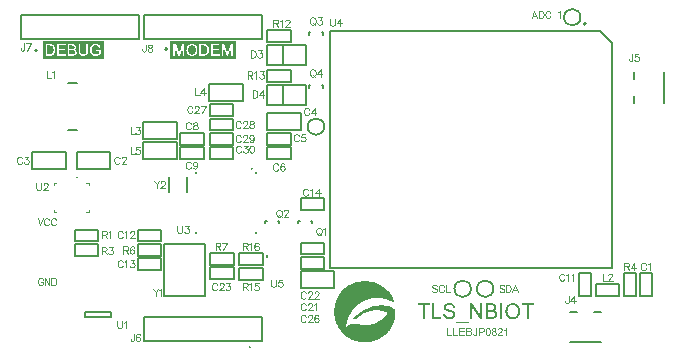
<source format=gto>
G04 Layer_Color=65535*
%FSLAX43Y43*%
%MOMM*%
G71*
G01*
G75*
%ADD37C,0.254*%
%ADD62C,0.127*%
%ADD63C,0.100*%
%ADD64C,0.200*%
%ADD65C,0.025*%
%ADD66C,0.102*%
G36*
X39581Y2591D02*
X39405D01*
X38720Y3614D01*
Y2591D01*
X38556D01*
Y3894D01*
X38730D01*
X39417Y2871D01*
Y3894D01*
X39581D01*
Y2591D01*
D02*
G37*
G36*
X43938Y3741D02*
X43509D01*
Y2591D01*
X43337D01*
Y3741D01*
X42908D01*
Y3894D01*
X43938D01*
Y3741D01*
D02*
G37*
G36*
X41287Y2591D02*
X41115D01*
Y3894D01*
X41287D01*
Y2591D01*
D02*
G37*
G36*
X40612Y1796D02*
X40620D01*
X40628Y1794D01*
X40648Y1791D01*
X40669Y1785D01*
X40692Y1776D01*
X40704Y1770D01*
X40715Y1764D01*
X40726Y1756D01*
X40736Y1747D01*
X40737Y1746D01*
X40738Y1745D01*
X40741Y1742D01*
X40744Y1738D01*
X40748Y1733D01*
X40753Y1727D01*
X40763Y1714D01*
X40771Y1696D01*
X40780Y1675D01*
X40786Y1652D01*
X40787Y1639D01*
X40788Y1626D01*
Y1624D01*
Y1618D01*
X40787Y1611D01*
X40785Y1600D01*
X40782Y1587D01*
X40778Y1574D01*
X40772Y1560D01*
X40765Y1547D01*
X40764Y1546D01*
X40761Y1542D01*
X40755Y1536D01*
X40747Y1528D01*
X40737Y1520D01*
X40724Y1512D01*
X40709Y1504D01*
X40692Y1497D01*
X40693D01*
X40695Y1496D01*
X40698Y1495D01*
X40702Y1493D01*
X40713Y1488D01*
X40726Y1482D01*
X40741Y1473D01*
X40756Y1462D01*
X40770Y1448D01*
X40783Y1433D01*
X40784Y1431D01*
X40788Y1425D01*
X40793Y1416D01*
X40799Y1404D01*
X40805Y1389D01*
X40810Y1371D01*
X40814Y1351D01*
X40815Y1329D01*
Y1328D01*
Y1325D01*
Y1321D01*
X40814Y1315D01*
X40813Y1308D01*
X40812Y1300D01*
X40808Y1280D01*
X40800Y1258D01*
X40796Y1246D01*
X40790Y1234D01*
X40783Y1222D01*
X40775Y1210D01*
X40767Y1199D01*
X40756Y1189D01*
X40755Y1188D01*
X40753Y1187D01*
X40750Y1184D01*
X40745Y1180D01*
X40739Y1176D01*
X40732Y1171D01*
X40724Y1166D01*
X40714Y1161D01*
X40703Y1155D01*
X40691Y1150D01*
X40678Y1145D01*
X40664Y1141D01*
X40651Y1137D01*
X40635Y1134D01*
X40618Y1133D01*
X40600Y1132D01*
X40591D01*
X40584Y1133D01*
X40576Y1134D01*
X40566Y1135D01*
X40557Y1137D01*
X40545Y1139D01*
X40520Y1146D01*
X40507Y1151D01*
X40494Y1156D01*
X40481Y1163D01*
X40468Y1170D01*
X40456Y1179D01*
X40445Y1189D01*
X40444Y1190D01*
X40442Y1192D01*
X40440Y1195D01*
X40436Y1198D01*
X40431Y1204D01*
X40426Y1211D01*
X40421Y1219D01*
X40416Y1228D01*
X40410Y1238D01*
X40405Y1249D01*
X40395Y1273D01*
X40391Y1287D01*
X40389Y1301D01*
X40387Y1315D01*
X40386Y1331D01*
Y1332D01*
Y1334D01*
Y1337D01*
X40387Y1342D01*
Y1347D01*
X40388Y1354D01*
X40390Y1368D01*
X40394Y1385D01*
X40400Y1403D01*
X40407Y1420D01*
X40418Y1437D01*
Y1438D01*
X40420Y1439D01*
X40424Y1444D01*
X40432Y1452D01*
X40442Y1461D01*
X40454Y1471D01*
X40470Y1481D01*
X40489Y1490D01*
X40510Y1497D01*
X40509D01*
X40508Y1498D01*
X40502Y1500D01*
X40493Y1505D01*
X40482Y1510D01*
X40469Y1517D01*
X40457Y1526D01*
X40446Y1536D01*
X40436Y1548D01*
X40435Y1550D01*
X40432Y1554D01*
X40428Y1561D01*
X40424Y1571D01*
X40420Y1583D01*
X40416Y1597D01*
X40413Y1612D01*
X40412Y1628D01*
Y1629D01*
Y1631D01*
Y1635D01*
X40413Y1640D01*
X40414Y1646D01*
X40415Y1653D01*
X40418Y1670D01*
X40424Y1689D01*
X40434Y1709D01*
X40439Y1720D01*
X40446Y1729D01*
X40453Y1739D01*
X40462Y1748D01*
X40463Y1749D01*
X40464Y1750D01*
X40467Y1753D01*
X40471Y1756D01*
X40477Y1759D01*
X40483Y1764D01*
X40490Y1768D01*
X40499Y1773D01*
X40518Y1782D01*
X40542Y1789D01*
X40568Y1795D01*
X40582Y1796D01*
X40598Y1797D01*
X40606D01*
X40612Y1796D01*
D02*
G37*
G36*
X40113D02*
X40125Y1794D01*
X40138Y1792D01*
X40154Y1788D01*
X40170Y1782D01*
X40185Y1775D01*
X40187Y1774D01*
X40192Y1771D01*
X40199Y1766D01*
X40209Y1760D01*
X40219Y1751D01*
X40230Y1740D01*
X40241Y1728D01*
X40250Y1715D01*
X40251Y1713D01*
X40254Y1708D01*
X40259Y1699D01*
X40265Y1688D01*
X40271Y1674D01*
X40278Y1657D01*
X40285Y1638D01*
X40291Y1617D01*
Y1617D01*
X40292Y1615D01*
Y1612D01*
X40293Y1607D01*
X40295Y1602D01*
X40296Y1595D01*
X40297Y1586D01*
X40299Y1577D01*
X40300Y1566D01*
X40301Y1555D01*
X40303Y1542D01*
X40304Y1528D01*
X40305Y1513D01*
Y1499D01*
X40306Y1464D01*
Y1463D01*
Y1459D01*
Y1453D01*
Y1445D01*
X40305Y1435D01*
Y1424D01*
X40304Y1411D01*
X40303Y1398D01*
X40300Y1368D01*
X40296Y1337D01*
X40290Y1306D01*
X40286Y1293D01*
X40282Y1279D01*
Y1278D01*
X40281Y1276D01*
X40280Y1272D01*
X40278Y1267D01*
X40275Y1261D01*
X40272Y1255D01*
X40264Y1239D01*
X40254Y1221D01*
X40242Y1203D01*
X40229Y1186D01*
X40212Y1170D01*
X40211D01*
X40210Y1168D01*
X40207Y1167D01*
X40204Y1164D01*
X40193Y1158D01*
X40180Y1151D01*
X40162Y1144D01*
X40142Y1138D01*
X40120Y1134D01*
X40094Y1132D01*
X40085D01*
X40078Y1133D01*
X40070Y1134D01*
X40061Y1136D01*
X40051Y1138D01*
X40040Y1140D01*
X40017Y1148D01*
X40004Y1154D01*
X39992Y1160D01*
X39979Y1168D01*
X39967Y1177D01*
X39956Y1187D01*
X39945Y1198D01*
X39944Y1199D01*
X39942Y1202D01*
X39939Y1207D01*
X39935Y1214D01*
X39930Y1223D01*
X39925Y1234D01*
X39920Y1247D01*
X39914Y1263D01*
X39908Y1280D01*
X39902Y1300D01*
X39897Y1321D01*
X39892Y1345D01*
X39888Y1372D01*
X39885Y1400D01*
X39883Y1431D01*
X39882Y1464D01*
Y1465D01*
Y1469D01*
Y1475D01*
Y1483D01*
X39883Y1493D01*
Y1504D01*
X39884Y1516D01*
X39885Y1530D01*
X39888Y1560D01*
X39892Y1591D01*
X39897Y1621D01*
X39901Y1635D01*
X39905Y1649D01*
Y1650D01*
X39906Y1652D01*
X39908Y1656D01*
X39910Y1661D01*
X39912Y1667D01*
X39915Y1674D01*
X39923Y1690D01*
X39932Y1708D01*
X39944Y1725D01*
X39958Y1742D01*
X39975Y1758D01*
X39976D01*
X39977Y1760D01*
X39980Y1762D01*
X39984Y1764D01*
X39994Y1770D01*
X40008Y1778D01*
X40025Y1785D01*
X40045Y1791D01*
X40068Y1795D01*
X40094Y1797D01*
X40103D01*
X40113Y1796D01*
D02*
G37*
G36*
X36818Y3914D02*
X36832D01*
X36866Y3910D01*
X36905Y3904D01*
X36949Y3896D01*
X36993Y3884D01*
X37034Y3868D01*
X37036D01*
X37038Y3866D01*
X37044Y3864D01*
X37052Y3860D01*
X37072Y3848D01*
X37098Y3835D01*
X37125Y3815D01*
X37153Y3791D01*
X37181Y3763D01*
X37205Y3731D01*
X37207Y3727D01*
X37215Y3716D01*
X37225Y3696D01*
X37235Y3672D01*
X37247Y3642D01*
X37258Y3606D01*
X37266Y3569D01*
X37270Y3527D01*
X37106Y3515D01*
Y3517D01*
Y3521D01*
X37104Y3527D01*
X37102Y3535D01*
X37098Y3557D01*
X37090Y3585D01*
X37078Y3614D01*
X37062Y3644D01*
X37040Y3674D01*
X37014Y3700D01*
X37010Y3702D01*
X37001Y3710D01*
X36983Y3720D01*
X36959Y3731D01*
X36927Y3743D01*
X36887Y3753D01*
X36842Y3761D01*
X36788Y3763D01*
X36762D01*
X36751Y3761D01*
X36735D01*
X36701Y3755D01*
X36663Y3749D01*
X36626Y3739D01*
X36590Y3726D01*
X36574Y3716D01*
X36560Y3706D01*
X36558Y3704D01*
X36550Y3696D01*
X36538Y3684D01*
X36526Y3666D01*
X36513Y3646D01*
X36503Y3622D01*
X36495Y3597D01*
X36491Y3567D01*
Y3563D01*
Y3555D01*
X36493Y3541D01*
X36497Y3525D01*
X36503Y3507D01*
X36513Y3487D01*
X36524Y3470D01*
X36540Y3452D01*
X36542Y3450D01*
X36552Y3444D01*
X36558Y3440D01*
X36566Y3434D01*
X36578Y3430D01*
X36592Y3424D01*
X36608Y3416D01*
X36626Y3408D01*
X36645Y3402D01*
X36669Y3394D01*
X36697Y3384D01*
X36727Y3376D01*
X36760Y3368D01*
X36798Y3359D01*
X36800D01*
X36808Y3357D01*
X36818Y3355D01*
X36832Y3351D01*
X36850Y3347D01*
X36870Y3341D01*
X36913Y3331D01*
X36961Y3317D01*
X37008Y3303D01*
X37032Y3297D01*
X37052Y3289D01*
X37072Y3281D01*
X37088Y3275D01*
X37090D01*
X37094Y3273D01*
X37098Y3269D01*
X37106Y3265D01*
X37125Y3253D01*
X37151Y3239D01*
X37179Y3220D01*
X37207Y3196D01*
X37233Y3170D01*
X37254Y3142D01*
X37256Y3138D01*
X37262Y3128D01*
X37272Y3113D01*
X37282Y3089D01*
X37292Y3063D01*
X37302Y3031D01*
X37308Y2995D01*
X37310Y2958D01*
Y2956D01*
Y2954D01*
Y2948D01*
Y2940D01*
X37306Y2920D01*
X37302Y2894D01*
X37296Y2865D01*
X37284Y2831D01*
X37270Y2795D01*
X37250Y2761D01*
X37248Y2757D01*
X37239Y2746D01*
X37227Y2730D01*
X37207Y2710D01*
X37183Y2686D01*
X37153Y2662D01*
X37118Y2640D01*
X37078Y2619D01*
X37076D01*
X37072Y2617D01*
X37066Y2615D01*
X37058Y2611D01*
X37048Y2607D01*
X37036Y2603D01*
X37004Y2595D01*
X36969Y2585D01*
X36925Y2577D01*
X36880Y2571D01*
X36828Y2569D01*
X36798D01*
X36784Y2571D01*
X36766D01*
X36747Y2573D01*
X36725Y2575D01*
X36679Y2581D01*
X36630Y2591D01*
X36580Y2603D01*
X36532Y2619D01*
X36530D01*
X36526Y2621D01*
X36520Y2625D01*
X36513Y2628D01*
X36491Y2640D01*
X36465Y2658D01*
X36433Y2680D01*
X36403Y2706D01*
X36372Y2738D01*
X36344Y2773D01*
Y2775D01*
X36342Y2777D01*
X36338Y2783D01*
X36334Y2791D01*
X36328Y2801D01*
X36322Y2813D01*
X36310Y2843D01*
X36298Y2876D01*
X36286Y2918D01*
X36278Y2962D01*
X36274Y3009D01*
X36437Y3023D01*
Y3021D01*
Y3019D01*
X36439Y3007D01*
X36443Y2990D01*
X36447Y2966D01*
X36455Y2940D01*
X36463Y2912D01*
X36475Y2886D01*
X36489Y2861D01*
X36491Y2859D01*
X36497Y2851D01*
X36507Y2839D01*
X36522Y2825D01*
X36540Y2809D01*
X36562Y2791D01*
X36590Y2775D01*
X36620Y2759D01*
X36622D01*
X36624Y2757D01*
X36636Y2753D01*
X36653Y2748D01*
X36679Y2742D01*
X36707Y2734D01*
X36743Y2728D01*
X36780Y2724D01*
X36820Y2722D01*
X36836D01*
X36856Y2724D01*
X36878Y2726D01*
X36905Y2728D01*
X36933Y2734D01*
X36963Y2740D01*
X36993Y2750D01*
X36997Y2751D01*
X37004Y2755D01*
X37018Y2761D01*
X37034Y2771D01*
X37054Y2783D01*
X37072Y2797D01*
X37090Y2813D01*
X37106Y2831D01*
X37108Y2833D01*
X37112Y2841D01*
X37118Y2851D01*
X37125Y2865D01*
X37131Y2880D01*
X37137Y2900D01*
X37141Y2920D01*
X37143Y2942D01*
Y2944D01*
Y2952D01*
X37141Y2964D01*
X37139Y2978D01*
X37135Y2995D01*
X37127Y3013D01*
X37120Y3031D01*
X37108Y3049D01*
X37106Y3051D01*
X37102Y3057D01*
X37092Y3065D01*
X37080Y3077D01*
X37064Y3089D01*
X37044Y3101D01*
X37018Y3115D01*
X36991Y3126D01*
X36989Y3128D01*
X36981Y3130D01*
X36965Y3134D01*
X36955Y3138D01*
X36943Y3142D01*
X36927Y3146D01*
X36911Y3150D01*
X36891Y3156D01*
X36872Y3162D01*
X36848Y3168D01*
X36820Y3174D01*
X36790Y3182D01*
X36759Y3190D01*
X36757D01*
X36751Y3192D01*
X36741Y3194D01*
X36729Y3198D01*
X36715Y3202D01*
X36699Y3206D01*
X36661Y3216D01*
X36620Y3230D01*
X36578Y3243D01*
X36540Y3257D01*
X36522Y3263D01*
X36509Y3271D01*
X36507D01*
X36505Y3273D01*
X36493Y3281D01*
X36477Y3291D01*
X36457Y3305D01*
X36433Y3323D01*
X36411Y3343D01*
X36390Y3366D01*
X36370Y3392D01*
X36368Y3396D01*
X36362Y3406D01*
X36356Y3420D01*
X36348Y3440D01*
X36338Y3464D01*
X36332Y3491D01*
X36326Y3523D01*
X36324Y3555D01*
Y3557D01*
Y3559D01*
Y3565D01*
Y3573D01*
X36328Y3591D01*
X36332Y3614D01*
X36338Y3644D01*
X36348Y3674D01*
X36362Y3708D01*
X36380Y3739D01*
Y3741D01*
X36382Y3743D01*
X36390Y3753D01*
X36403Y3769D01*
X36421Y3789D01*
X36443Y3809D01*
X36471Y3831D01*
X36505Y3852D01*
X36542Y3870D01*
X36544D01*
X36546Y3872D01*
X36552Y3874D01*
X36562Y3878D01*
X36572Y3880D01*
X36584Y3884D01*
X36612Y3894D01*
X36647Y3902D01*
X36687Y3908D01*
X36733Y3914D01*
X36780Y3916D01*
X36804D01*
X36818Y3914D01*
D02*
G37*
G36*
X40389Y3892D02*
X40403D01*
X40436Y3890D01*
X40474Y3884D01*
X40514Y3878D01*
X40553Y3868D01*
X40589Y3854D01*
X40591D01*
X40593Y3852D01*
X40605Y3847D01*
X40621Y3837D01*
X40641Y3825D01*
X40664Y3807D01*
X40688Y3785D01*
X40710Y3761D01*
X40732Y3731D01*
X40734Y3727D01*
X40740Y3718D01*
X40748Y3700D01*
X40758Y3678D01*
X40768Y3652D01*
X40776Y3624D01*
X40782Y3593D01*
X40784Y3559D01*
Y3555D01*
Y3545D01*
X40782Y3529D01*
X40778Y3507D01*
X40772Y3483D01*
X40764Y3458D01*
X40754Y3428D01*
X40738Y3400D01*
X40736Y3396D01*
X40730Y3388D01*
X40718Y3374D01*
X40704Y3359D01*
X40684Y3339D01*
X40661Y3321D01*
X40633Y3301D01*
X40599Y3283D01*
X40601D01*
X40605Y3281D01*
X40611Y3279D01*
X40619Y3277D01*
X40641Y3267D01*
X40666Y3255D01*
X40696Y3237D01*
X40726Y3218D01*
X40756Y3194D01*
X40782Y3164D01*
X40784Y3160D01*
X40791Y3150D01*
X40801Y3132D01*
X40815Y3109D01*
X40827Y3079D01*
X40837Y3047D01*
X40845Y3009D01*
X40847Y2968D01*
Y2964D01*
Y2952D01*
X40845Y2934D01*
X40843Y2912D01*
X40837Y2886D01*
X40831Y2857D01*
X40821Y2827D01*
X40807Y2797D01*
X40805Y2793D01*
X40801Y2783D01*
X40791Y2769D01*
X40782Y2751D01*
X40768Y2732D01*
X40752Y2712D01*
X40732Y2692D01*
X40712Y2674D01*
X40710Y2672D01*
X40702Y2668D01*
X40690Y2660D01*
X40672Y2650D01*
X40653Y2640D01*
X40627Y2630D01*
X40599Y2621D01*
X40569Y2611D01*
X40565D01*
X40553Y2607D01*
X40536Y2605D01*
X40512Y2601D01*
X40480Y2597D01*
X40444Y2595D01*
X40405Y2591D01*
X39863D01*
Y3894D01*
X40375D01*
X40389Y3892D01*
D02*
G37*
G36*
X38437Y2230D02*
X37377D01*
Y2345D01*
X38437D01*
Y2230D01*
D02*
G37*
G36*
X18710Y24596D02*
X13183D01*
Y26113D01*
X18710D01*
Y24596D01*
D02*
G37*
G36*
X7526D02*
X2362D01*
Y26113D01*
X7526D01*
Y24596D01*
D02*
G37*
G36*
X35485Y2744D02*
X36126D01*
Y2591D01*
X35312D01*
Y3894D01*
X35485D01*
Y2744D01*
D02*
G37*
G36*
X35142Y3741D02*
X34713D01*
Y2591D01*
X34541D01*
Y3741D01*
X34112D01*
Y3894D01*
X35142D01*
Y3741D01*
D02*
G37*
G36*
X42190Y3914D02*
X42206D01*
X42226Y3912D01*
X42246Y3908D01*
X42269Y3906D01*
X42319Y3894D01*
X42374Y3878D01*
X42430Y3858D01*
X42458Y3845D01*
X42486Y3829D01*
X42488D01*
X42492Y3825D01*
X42499Y3821D01*
X42509Y3813D01*
X42521Y3805D01*
X42535Y3793D01*
X42567Y3767D01*
X42603Y3733D01*
X42640Y3692D01*
X42674Y3644D01*
X42706Y3589D01*
Y3587D01*
X42710Y3581D01*
X42714Y3573D01*
X42718Y3561D01*
X42724Y3547D01*
X42730Y3529D01*
X42737Y3509D01*
X42745Y3487D01*
X42751Y3462D01*
X42759Y3436D01*
X42771Y3376D01*
X42779Y3311D01*
X42783Y3239D01*
Y3237D01*
Y3232D01*
Y3220D01*
X42781Y3206D01*
Y3188D01*
X42779Y3168D01*
X42777Y3146D01*
X42773Y3120D01*
X42763Y3065D01*
X42749Y3005D01*
X42730Y2944D01*
X42702Y2884D01*
Y2882D01*
X42698Y2878D01*
X42694Y2871D01*
X42688Y2859D01*
X42678Y2847D01*
X42668Y2831D01*
X42644Y2797D01*
X42613Y2759D01*
X42573Y2720D01*
X42527Y2682D01*
X42476Y2648D01*
X42474D01*
X42470Y2644D01*
X42462Y2640D01*
X42450Y2636D01*
X42436Y2630D01*
X42420Y2623D01*
X42402Y2617D01*
X42380Y2609D01*
X42335Y2595D01*
X42281Y2581D01*
X42222Y2573D01*
X42160Y2569D01*
X42142D01*
X42128Y2571D01*
X42113D01*
X42095Y2573D01*
X42073Y2577D01*
X42049Y2581D01*
X42000Y2591D01*
X41944Y2607D01*
X41886Y2628D01*
X41859Y2640D01*
X41831Y2656D01*
X41829Y2658D01*
X41825Y2660D01*
X41817Y2666D01*
X41807Y2672D01*
X41795Y2682D01*
X41781Y2692D01*
X41750Y2720D01*
X41714Y2755D01*
X41676Y2795D01*
X41642Y2845D01*
X41611Y2898D01*
Y2900D01*
X41607Y2906D01*
X41605Y2914D01*
X41599Y2926D01*
X41593Y2940D01*
X41587Y2956D01*
X41581Y2976D01*
X41575Y2997D01*
X41567Y3021D01*
X41561Y3045D01*
X41549Y3101D01*
X41541Y3160D01*
X41537Y3224D01*
Y3228D01*
Y3237D01*
X41539Y3255D01*
Y3277D01*
X41543Y3305D01*
X41547Y3337D01*
X41551Y3370D01*
X41559Y3410D01*
X41569Y3450D01*
X41579Y3491D01*
X41593Y3533D01*
X41611Y3575D01*
X41631Y3616D01*
X41652Y3658D01*
X41680Y3696D01*
X41710Y3731D01*
X41712Y3733D01*
X41718Y3739D01*
X41728Y3749D01*
X41742Y3761D01*
X41760Y3775D01*
X41779Y3789D01*
X41803Y3807D01*
X41831Y3825D01*
X41863Y3841D01*
X41896Y3858D01*
X41934Y3872D01*
X41974Y3888D01*
X42015Y3898D01*
X42061Y3908D01*
X42111Y3914D01*
X42160Y3916D01*
X42178D01*
X42190Y3914D01*
D02*
G37*
G36*
X36713Y1219D02*
X37033D01*
Y1143D01*
X36627D01*
Y1794D01*
X36713D01*
Y1219D01*
D02*
G37*
G36*
X41123Y1796D02*
X41131Y1795D01*
X41140Y1794D01*
X41150Y1793D01*
X41161Y1790D01*
X41185Y1784D01*
X41209Y1775D01*
X41222Y1769D01*
X41234Y1762D01*
X41245Y1753D01*
X41256Y1744D01*
X41257Y1743D01*
X41258Y1742D01*
X41261Y1739D01*
X41265Y1735D01*
X41269Y1729D01*
X41274Y1723D01*
X41284Y1709D01*
X41294Y1690D01*
X41302Y1668D01*
X41309Y1643D01*
X41310Y1629D01*
X41311Y1616D01*
Y1614D01*
Y1609D01*
X41310Y1601D01*
X41309Y1591D01*
X41307Y1579D01*
X41304Y1566D01*
X41300Y1552D01*
X41295Y1538D01*
X41294Y1536D01*
X41292Y1531D01*
X41288Y1524D01*
X41282Y1514D01*
X41275Y1503D01*
X41266Y1489D01*
X41254Y1475D01*
X41241Y1459D01*
X41239Y1457D01*
X41234Y1451D01*
X41225Y1442D01*
X41219Y1436D01*
X41212Y1429D01*
X41204Y1421D01*
X41194Y1412D01*
X41185Y1404D01*
X41174Y1393D01*
X41162Y1382D01*
X41148Y1370D01*
X41134Y1358D01*
X41118Y1344D01*
X41117Y1343D01*
X41115Y1341D01*
X41111Y1338D01*
X41106Y1334D01*
X41094Y1324D01*
X41080Y1311D01*
X41065Y1298D01*
X41049Y1284D01*
X41036Y1272D01*
X41031Y1267D01*
X41026Y1262D01*
X41025Y1261D01*
X41023Y1258D01*
X41019Y1254D01*
X41014Y1248D01*
X41003Y1235D01*
X40992Y1219D01*
X41312D01*
Y1143D01*
X40881D01*
Y1144D01*
Y1148D01*
Y1154D01*
X40882Y1161D01*
X40883Y1169D01*
X40884Y1178D01*
X40887Y1188D01*
X40890Y1197D01*
Y1198D01*
X40891Y1199D01*
X40893Y1205D01*
X40897Y1213D01*
X40903Y1225D01*
X40910Y1238D01*
X40920Y1253D01*
X40930Y1268D01*
X40943Y1284D01*
Y1285D01*
X40945Y1286D01*
X40950Y1292D01*
X40958Y1301D01*
X40970Y1312D01*
X40984Y1326D01*
X41002Y1343D01*
X41024Y1362D01*
X41048Y1383D01*
X41049Y1384D01*
X41053Y1387D01*
X41058Y1391D01*
X41065Y1398D01*
X41074Y1405D01*
X41084Y1413D01*
X41105Y1432D01*
X41129Y1455D01*
X41153Y1478D01*
X41165Y1489D01*
X41175Y1500D01*
X41184Y1511D01*
X41191Y1520D01*
Y1521D01*
X41193Y1522D01*
X41195Y1525D01*
X41197Y1529D01*
X41203Y1539D01*
X41210Y1552D01*
X41217Y1567D01*
X41223Y1583D01*
X41227Y1601D01*
X41229Y1617D01*
Y1618D01*
Y1619D01*
X41228Y1625D01*
X41227Y1634D01*
X41225Y1645D01*
X41220Y1658D01*
X41214Y1671D01*
X41206Y1685D01*
X41194Y1698D01*
X41192Y1699D01*
X41189Y1703D01*
X41181Y1708D01*
X41171Y1715D01*
X41158Y1721D01*
X41143Y1725D01*
X41125Y1729D01*
X41105Y1730D01*
X41099D01*
X41095Y1729D01*
X41085Y1728D01*
X41073Y1726D01*
X41058Y1722D01*
X41042Y1716D01*
X41027Y1707D01*
X41013Y1695D01*
X41012Y1693D01*
X41008Y1689D01*
X41002Y1681D01*
X40996Y1670D01*
X40989Y1656D01*
X40984Y1640D01*
X40980Y1621D01*
X40979Y1600D01*
X40896Y1609D01*
Y1610D01*
Y1613D01*
X40897Y1617D01*
X40898Y1623D01*
X40900Y1631D01*
X40901Y1640D01*
X40907Y1660D01*
X40915Y1683D01*
X40926Y1706D01*
X40941Y1728D01*
X40949Y1738D01*
X40959Y1748D01*
X40960Y1749D01*
X40962Y1750D01*
X40965Y1753D01*
X40969Y1756D01*
X40975Y1759D01*
X40981Y1764D01*
X40989Y1768D01*
X40998Y1773D01*
X41008Y1777D01*
X41019Y1782D01*
X41032Y1786D01*
X41045Y1789D01*
X41075Y1795D01*
X41090Y1796D01*
X41107Y1797D01*
X41116D01*
X41123Y1796D01*
D02*
G37*
G36*
X39590Y1793D02*
X39606Y1792D01*
X39622Y1791D01*
X39638Y1789D01*
X39652Y1787D01*
X39654D01*
X39660Y1785D01*
X39669Y1783D01*
X39680Y1780D01*
X39693Y1776D01*
X39706Y1771D01*
X39719Y1764D01*
X39732Y1756D01*
X39733Y1755D01*
X39738Y1752D01*
X39744Y1747D01*
X39751Y1740D01*
X39759Y1731D01*
X39768Y1721D01*
X39777Y1709D01*
X39785Y1694D01*
X39786Y1692D01*
X39788Y1687D01*
X39791Y1679D01*
X39795Y1668D01*
X39799Y1655D01*
X39802Y1640D01*
X39804Y1623D01*
X39805Y1606D01*
Y1605D01*
Y1602D01*
Y1598D01*
X39804Y1592D01*
X39803Y1585D01*
X39802Y1576D01*
X39801Y1567D01*
X39798Y1557D01*
X39792Y1534D01*
X39782Y1512D01*
X39776Y1500D01*
X39769Y1488D01*
X39761Y1476D01*
X39751Y1465D01*
X39750Y1464D01*
X39748Y1463D01*
X39745Y1460D01*
X39741Y1456D01*
X39734Y1452D01*
X39727Y1447D01*
X39718Y1442D01*
X39708Y1437D01*
X39696Y1431D01*
X39682Y1426D01*
X39666Y1421D01*
X39649Y1417D01*
X39629Y1413D01*
X39609Y1410D01*
X39586Y1409D01*
X39561Y1408D01*
X39395D01*
Y1143D01*
X39308D01*
Y1794D01*
X39575D01*
X39590Y1793D01*
D02*
G37*
G36*
X39168Y1350D02*
Y1349D01*
Y1346D01*
Y1342D01*
Y1336D01*
X39167Y1329D01*
Y1321D01*
X39166Y1303D01*
X39163Y1283D01*
X39160Y1262D01*
X39155Y1241D01*
X39148Y1223D01*
X39147Y1221D01*
X39144Y1216D01*
X39139Y1208D01*
X39133Y1198D01*
X39124Y1187D01*
X39113Y1176D01*
X39099Y1165D01*
X39084Y1155D01*
X39083Y1154D01*
X39077Y1151D01*
X39068Y1148D01*
X39056Y1144D01*
X39041Y1139D01*
X39024Y1136D01*
X39004Y1133D01*
X38983Y1132D01*
X38976D01*
X38970Y1133D01*
X38963Y1134D01*
X38954Y1135D01*
X38935Y1138D01*
X38914Y1144D01*
X38892Y1153D01*
X38881Y1158D01*
X38871Y1165D01*
X38862Y1172D01*
X38853Y1181D01*
Y1182D01*
X38851Y1183D01*
X38849Y1186D01*
X38846Y1190D01*
X38842Y1196D01*
X38839Y1201D01*
X38834Y1209D01*
X38830Y1217D01*
X38826Y1227D01*
X38822Y1238D01*
X38818Y1250D01*
X38815Y1264D01*
X38812Y1278D01*
X38810Y1294D01*
X38809Y1309D01*
Y1327D01*
X38886Y1338D01*
Y1337D01*
Y1335D01*
Y1331D01*
X38887Y1326D01*
Y1320D01*
X38888Y1313D01*
X38891Y1298D01*
X38894Y1280D01*
X38899Y1263D01*
X38906Y1248D01*
X38910Y1241D01*
X38914Y1235D01*
X38915Y1234D01*
X38919Y1231D01*
X38924Y1226D01*
X38932Y1222D01*
X38942Y1217D01*
X38954Y1212D01*
X38968Y1209D01*
X38983Y1208D01*
X38989D01*
X38995Y1209D01*
X39002Y1210D01*
X39011Y1212D01*
X39021Y1214D01*
X39030Y1218D01*
X39039Y1223D01*
X39040Y1224D01*
X39043Y1226D01*
X39047Y1229D01*
X39052Y1234D01*
X39058Y1239D01*
X39063Y1246D01*
X39068Y1254D01*
X39072Y1263D01*
Y1264D01*
X39074Y1268D01*
X39075Y1274D01*
X39077Y1283D01*
X39079Y1295D01*
X39080Y1308D01*
X39082Y1325D01*
Y1345D01*
Y1794D01*
X39168D01*
Y1350D01*
D02*
G37*
G36*
X41699Y1143D02*
X41618D01*
Y1652D01*
X41617Y1651D01*
X41613Y1647D01*
X41607Y1642D01*
X41598Y1635D01*
X41587Y1626D01*
X41574Y1617D01*
X41559Y1607D01*
X41542Y1597D01*
X41541D01*
X41540Y1596D01*
X41534Y1592D01*
X41525Y1587D01*
X41514Y1581D01*
X41502Y1574D01*
X41488Y1568D01*
X41473Y1561D01*
X41459Y1555D01*
Y1633D01*
X41460D01*
X41462Y1634D01*
X41466Y1636D01*
X41470Y1639D01*
X41476Y1642D01*
X41483Y1645D01*
X41499Y1654D01*
X41516Y1665D01*
X41536Y1678D01*
X41556Y1693D01*
X41575Y1709D01*
X41576Y1710D01*
X41577Y1711D01*
X41583Y1717D01*
X41592Y1725D01*
X41603Y1736D01*
X41614Y1750D01*
X41626Y1765D01*
X41637Y1781D01*
X41646Y1797D01*
X41699D01*
Y1143D01*
D02*
G37*
G36*
X38506Y1793D02*
X38513D01*
X38530Y1792D01*
X38549Y1789D01*
X38568Y1786D01*
X38588Y1781D01*
X38606Y1774D01*
X38607D01*
X38608Y1773D01*
X38614Y1770D01*
X38622Y1765D01*
X38632Y1759D01*
X38644Y1750D01*
X38656Y1739D01*
X38666Y1727D01*
X38677Y1713D01*
X38678Y1711D01*
X38681Y1706D01*
X38685Y1697D01*
X38690Y1686D01*
X38695Y1673D01*
X38699Y1659D01*
X38702Y1643D01*
X38703Y1626D01*
Y1624D01*
Y1619D01*
X38702Y1612D01*
X38700Y1601D01*
X38697Y1589D01*
X38693Y1576D01*
X38688Y1561D01*
X38680Y1547D01*
X38679Y1545D01*
X38676Y1541D01*
X38670Y1534D01*
X38663Y1526D01*
X38654Y1516D01*
X38642Y1508D01*
X38628Y1498D01*
X38611Y1489D01*
X38612D01*
X38614Y1488D01*
X38617Y1487D01*
X38621Y1486D01*
X38632Y1481D01*
X38645Y1475D01*
X38660Y1466D01*
X38674Y1456D01*
X38689Y1444D01*
X38702Y1429D01*
X38703Y1427D01*
X38707Y1422D01*
X38712Y1413D01*
X38719Y1402D01*
X38725Y1387D01*
X38730Y1371D01*
X38734Y1352D01*
X38735Y1331D01*
Y1329D01*
Y1323D01*
X38734Y1314D01*
X38733Y1303D01*
X38730Y1291D01*
X38727Y1276D01*
X38722Y1261D01*
X38715Y1246D01*
X38714Y1244D01*
X38712Y1239D01*
X38707Y1232D01*
X38702Y1223D01*
X38695Y1213D01*
X38687Y1203D01*
X38677Y1194D01*
X38667Y1185D01*
X38666Y1184D01*
X38662Y1182D01*
X38657Y1178D01*
X38648Y1173D01*
X38638Y1168D01*
X38625Y1163D01*
X38611Y1158D01*
X38596Y1153D01*
X38594D01*
X38588Y1151D01*
X38579Y1150D01*
X38567Y1148D01*
X38552Y1146D01*
X38534Y1145D01*
X38514Y1143D01*
X38243D01*
Y1794D01*
X38499D01*
X38506Y1793D01*
D02*
G37*
G36*
X38114Y1718D02*
X37729D01*
Y1517D01*
X38089D01*
Y1441D01*
X37729D01*
Y1219D01*
X38129D01*
Y1143D01*
X37643D01*
Y1794D01*
X38114D01*
Y1718D01*
D02*
G37*
G36*
X37218Y1219D02*
X37538D01*
Y1143D01*
X37132D01*
Y1794D01*
X37218D01*
Y1219D01*
D02*
G37*
%LPC*%
G36*
X40600Y1731D02*
X40592D01*
X40584Y1729D01*
X40573Y1727D01*
X40561Y1724D01*
X40549Y1719D01*
X40536Y1712D01*
X40524Y1702D01*
X40523Y1701D01*
X40519Y1697D01*
X40515Y1690D01*
X40509Y1682D01*
X40504Y1672D01*
X40499Y1659D01*
X40495Y1646D01*
X40494Y1631D01*
Y1629D01*
Y1623D01*
X40496Y1616D01*
X40498Y1605D01*
X40501Y1593D01*
X40506Y1581D01*
X40513Y1568D01*
X40523Y1556D01*
X40524Y1555D01*
X40528Y1552D01*
X40535Y1547D01*
X40544Y1542D01*
X40555Y1536D01*
X40568Y1532D01*
X40583Y1528D01*
X40600Y1527D01*
X40608D01*
X40616Y1529D01*
X40627Y1531D01*
X40639Y1534D01*
X40652Y1539D01*
X40664Y1546D01*
X40676Y1556D01*
X40677Y1557D01*
X40681Y1561D01*
X40686Y1567D01*
X40691Y1576D01*
X40697Y1586D01*
X40701Y1599D01*
X40705Y1613D01*
X40706Y1627D01*
Y1628D01*
Y1629D01*
Y1634D01*
X40704Y1643D01*
X40702Y1653D01*
X40698Y1664D01*
X40693Y1677D01*
X40685Y1689D01*
X40675Y1701D01*
X40674Y1702D01*
X40670Y1706D01*
X40663Y1711D01*
X40655Y1717D01*
X40644Y1722D01*
X40631Y1726D01*
X40617Y1730D01*
X40600Y1731D01*
D02*
G37*
G36*
X40598Y1462D02*
X40593D01*
X40589Y1461D01*
X40578Y1460D01*
X40565Y1457D01*
X40551Y1453D01*
X40535Y1446D01*
X40520Y1437D01*
X40505Y1424D01*
X40503Y1422D01*
X40499Y1417D01*
X40493Y1409D01*
X40487Y1399D01*
X40480Y1385D01*
X40474Y1369D01*
X40470Y1350D01*
X40468Y1330D01*
Y1329D01*
Y1324D01*
X40469Y1318D01*
X40470Y1309D01*
X40472Y1300D01*
X40475Y1288D01*
X40479Y1276D01*
X40484Y1264D01*
X40485Y1263D01*
X40487Y1259D01*
X40491Y1253D01*
X40496Y1246D01*
X40503Y1238D01*
X40511Y1229D01*
X40521Y1221D01*
X40532Y1214D01*
X40534Y1213D01*
X40538Y1211D01*
X40544Y1209D01*
X40553Y1206D01*
X40563Y1202D01*
X40574Y1200D01*
X40587Y1198D01*
X40601Y1197D01*
X40607D01*
X40611Y1198D01*
X40621Y1199D01*
X40635Y1202D01*
X40650Y1206D01*
X40665Y1213D01*
X40680Y1222D01*
X40695Y1234D01*
X40697Y1236D01*
X40701Y1241D01*
X40707Y1249D01*
X40714Y1260D01*
X40721Y1273D01*
X40727Y1290D01*
X40731Y1307D01*
X40733Y1328D01*
Y1329D01*
Y1331D01*
Y1334D01*
X40732Y1338D01*
X40731Y1348D01*
X40728Y1362D01*
X40724Y1377D01*
X40717Y1393D01*
X40707Y1408D01*
X40694Y1423D01*
X40692Y1425D01*
X40687Y1429D01*
X40679Y1435D01*
X40668Y1443D01*
X40655Y1450D01*
X40638Y1456D01*
X40619Y1460D01*
X40598Y1462D01*
D02*
G37*
G36*
X40093Y1730D02*
X40088D01*
X40084Y1729D01*
X40074Y1728D01*
X40061Y1724D01*
X40047Y1719D01*
X40032Y1711D01*
X40018Y1699D01*
X40011Y1691D01*
X40005Y1683D01*
Y1682D01*
X40003Y1680D01*
X40001Y1676D01*
X39999Y1671D01*
X39996Y1664D01*
X39992Y1656D01*
X39988Y1645D01*
X39985Y1633D01*
X39981Y1619D01*
X39977Y1604D01*
X39974Y1586D01*
X39970Y1565D01*
X39968Y1543D01*
X39966Y1519D01*
X39964Y1493D01*
Y1464D01*
Y1462D01*
Y1457D01*
Y1449D01*
X39965Y1438D01*
Y1425D01*
X39966Y1410D01*
X39967Y1394D01*
X39969Y1377D01*
X39973Y1341D01*
X39980Y1305D01*
X39984Y1290D01*
X39989Y1275D01*
X39995Y1261D01*
X40001Y1250D01*
Y1249D01*
X40003Y1248D01*
X40008Y1242D01*
X40016Y1233D01*
X40027Y1224D01*
X40040Y1214D01*
X40056Y1205D01*
X40074Y1199D01*
X40084Y1198D01*
X40094Y1197D01*
X40099D01*
X40103Y1198D01*
X40113Y1200D01*
X40126Y1204D01*
X40140Y1210D01*
X40155Y1219D01*
X40163Y1225D01*
X40171Y1233D01*
X40179Y1241D01*
X40186Y1250D01*
Y1251D01*
X40188Y1253D01*
X40190Y1256D01*
X40192Y1261D01*
X40195Y1267D01*
X40198Y1276D01*
X40201Y1286D01*
X40205Y1297D01*
X40209Y1310D01*
X40212Y1325D01*
X40215Y1343D01*
X40218Y1363D01*
X40221Y1385D01*
X40222Y1408D01*
X40224Y1435D01*
Y1464D01*
Y1466D01*
Y1471D01*
Y1479D01*
X40223Y1490D01*
Y1503D01*
X40222Y1517D01*
X40221Y1533D01*
X40219Y1551D01*
X40215Y1587D01*
X40208Y1621D01*
X40204Y1638D01*
X40199Y1653D01*
X40193Y1666D01*
X40186Y1677D01*
Y1678D01*
X40184Y1679D01*
X40179Y1685D01*
X40171Y1694D01*
X40160Y1704D01*
X40146Y1714D01*
X40131Y1722D01*
X40113Y1728D01*
X40103Y1729D01*
X40093Y1730D01*
D02*
G37*
G36*
X40379Y3192D02*
X40036D01*
Y2744D01*
X40405D01*
X40444Y2746D01*
X40462Y2748D01*
X40476Y2750D01*
X40478D01*
X40486Y2751D01*
X40498Y2753D01*
X40512Y2757D01*
X40543Y2767D01*
X40575Y2783D01*
X40577Y2785D01*
X40583Y2787D01*
X40589Y2793D01*
X40599Y2803D01*
X40611Y2813D01*
X40621Y2825D01*
X40633Y2841D01*
X40643Y2857D01*
X40645Y2859D01*
X40647Y2865D01*
X40651Y2874D01*
X40657Y2888D01*
X40661Y2904D01*
X40664Y2924D01*
X40666Y2944D01*
X40668Y2968D01*
Y2972D01*
Y2980D01*
X40666Y2993D01*
X40664Y3009D01*
X40659Y3029D01*
X40653Y3051D01*
X40643Y3073D01*
X40629Y3093D01*
X40627Y3095D01*
X40623Y3103D01*
X40613Y3111D01*
X40601Y3122D01*
X40587Y3136D01*
X40569Y3148D01*
X40549Y3160D01*
X40526Y3170D01*
X40522Y3172D01*
X40514Y3174D01*
X40498Y3178D01*
X40478Y3182D01*
X40450Y3186D01*
X40419Y3188D01*
X40379Y3192D01*
D02*
G37*
G36*
X40343Y3741D02*
X40036D01*
Y3345D01*
X40355D01*
X40379Y3347D01*
X40407Y3349D01*
X40434Y3351D01*
X40458Y3355D01*
X40480Y3359D01*
X40482Y3360D01*
X40490Y3362D01*
X40502Y3366D01*
X40518Y3374D01*
X40534Y3382D01*
X40549Y3394D01*
X40565Y3408D01*
X40579Y3424D01*
X40581Y3426D01*
X40585Y3432D01*
X40589Y3442D01*
X40597Y3456D01*
X40603Y3472D01*
X40607Y3491D01*
X40611Y3513D01*
X40613Y3539D01*
Y3541D01*
Y3551D01*
X40611Y3563D01*
X40609Y3579D01*
X40605Y3597D01*
X40599Y3614D01*
X40591Y3634D01*
X40581Y3654D01*
X40579Y3656D01*
X40575Y3662D01*
X40567Y3670D01*
X40557Y3682D01*
X40545Y3692D01*
X40530Y3704D01*
X40512Y3714D01*
X40492Y3722D01*
X40490D01*
X40480Y3726D01*
X40466Y3727D01*
X40446Y3731D01*
X40419Y3735D01*
X40385Y3737D01*
X40343Y3741D01*
D02*
G37*
G36*
X17328Y25843D02*
X16622D01*
Y24867D01*
X17350D01*
Y24981D01*
X16752D01*
Y25314D01*
X17291D01*
Y25428D01*
X16752D01*
Y25728D01*
X17328D01*
Y25843D01*
D02*
G37*
G36*
X15016Y25859D02*
X15003D01*
X14966Y25858D01*
X14928Y25853D01*
X14894Y25846D01*
X14863Y25838D01*
X14833Y25826D01*
X14805Y25816D01*
X14780Y25803D01*
X14756Y25791D01*
X14735Y25777D01*
X14717Y25764D01*
X14703Y25754D01*
X14689Y25743D01*
X14679Y25734D01*
X14671Y25727D01*
X14667Y25722D01*
X14665Y25721D01*
X14643Y25694D01*
X14622Y25666D01*
X14606Y25635D01*
X14591Y25604D01*
X14578Y25572D01*
X14567Y25541D01*
X14560Y25510D01*
X14553Y25480D01*
X14547Y25451D01*
X14544Y25425D01*
X14541Y25402D01*
X14538Y25381D01*
Y25364D01*
X14536Y25351D01*
Y25344D01*
Y25341D01*
X14539Y25293D01*
X14545Y25248D01*
X14554Y25207D01*
X14558Y25189D01*
X14564Y25171D01*
X14569Y25155D01*
X14573Y25140D01*
X14578Y25128D01*
X14582Y25118D01*
X14587Y25109D01*
X14588Y25103D01*
X14591Y25098D01*
Y25097D01*
X14615Y25057D01*
X14640Y25020D01*
X14668Y24990D01*
X14695Y24963D01*
X14719Y24942D01*
X14729Y24935D01*
X14738Y24928D01*
X14746Y24923D01*
X14752Y24919D01*
X14755Y24917D01*
X14756Y24916D01*
X14777Y24904D01*
X14798Y24895D01*
X14841Y24878D01*
X14882Y24867D01*
X14920Y24859D01*
X14937Y24856D01*
X14954Y24853D01*
X14967Y24852D01*
X14979D01*
X14989Y24850D01*
X15003D01*
X15049Y24853D01*
X15093Y24859D01*
X15134Y24870D01*
X15168Y24880D01*
X15184Y24886D01*
X15197Y24890D01*
X15209Y24896D01*
X15220Y24901D01*
X15229Y24904D01*
X15235Y24907D01*
X15238Y24910D01*
X15239D01*
X15278Y24935D01*
X15312Y24963D01*
X15342Y24993D01*
X15365Y25021D01*
X15383Y25046D01*
X15391Y25058D01*
X15398Y25067D01*
X15402Y25076D01*
X15405Y25082D01*
X15408Y25085D01*
Y25087D01*
X15429Y25131D01*
X15444Y25177D01*
X15454Y25222D01*
X15462Y25263D01*
X15465Y25283D01*
X15466Y25299D01*
X15468Y25314D01*
Y25327D01*
X15469Y25338D01*
Y25347D01*
Y25351D01*
Y25352D01*
X15466Y25406D01*
X15460Y25455D01*
X15451Y25500D01*
X15446Y25519D01*
X15441Y25538D01*
X15435Y25555D01*
X15429Y25569D01*
X15425Y25583D01*
X15420Y25593D01*
X15417Y25602D01*
X15414Y25608D01*
X15411Y25613D01*
Y25614D01*
X15388Y25656D01*
X15362Y25691D01*
X15334Y25722D01*
X15307Y25748D01*
X15284Y25767D01*
X15273Y25776D01*
X15264Y25782D01*
X15257Y25788D01*
X15251Y25791D01*
X15248Y25794D01*
X15246D01*
X15226Y25806D01*
X15205Y25816D01*
X15163Y25831D01*
X15122Y25843D01*
X15084Y25852D01*
X15067Y25853D01*
X15052Y25856D01*
X15037Y25858D01*
X15025D01*
X15016Y25859D01*
D02*
G37*
G36*
X16010Y25843D02*
X15636D01*
Y24867D01*
X15986D01*
X16019Y24868D01*
X16049Y24870D01*
X16076Y24873D01*
X16098Y24876D01*
X16117Y24878D01*
X16131Y24880D01*
X16139Y24883D01*
X16142D01*
X16168Y24890D01*
X16190Y24898D01*
X16209Y24905D01*
X16226Y24913D01*
X16239Y24920D01*
X16249Y24926D01*
X16257Y24929D01*
X16258Y24930D01*
X16276Y24944D01*
X16292Y24959D01*
X16309Y24974D01*
X16321Y24987D01*
X16333Y25000D01*
X16340Y25011D01*
X16346Y25017D01*
X16347Y25020D01*
X16362Y25042D01*
X16376Y25066D01*
X16388Y25089D01*
X16397Y25112D01*
X16404Y25133D01*
X16410Y25147D01*
X16411Y25153D01*
X16413Y25158D01*
X16414Y25161D01*
Y25162D01*
X16423Y25195D01*
X16429Y25229D01*
X16435Y25263D01*
X16438Y25293D01*
X16440Y25320D01*
Y25332D01*
X16441Y25341D01*
Y25350D01*
Y25355D01*
Y25358D01*
Y25360D01*
X16440Y25407D01*
X16435Y25451D01*
X16429Y25489D01*
X16425Y25507D01*
X16422Y25523D01*
X16419Y25538D01*
X16414Y25552D01*
X16411Y25563D01*
X16408Y25572D01*
X16405Y25580D01*
X16404Y25586D01*
X16402Y25589D01*
Y25590D01*
X16386Y25627D01*
X16368Y25660D01*
X16349Y25688D01*
X16330Y25712D01*
X16313Y25731D01*
X16300Y25746D01*
X16290Y25755D01*
X16288Y25758D01*
X16287D01*
X16263Y25776D01*
X16239Y25791D01*
X16215Y25803D01*
X16193Y25812D01*
X16174Y25819D01*
X16157Y25824D01*
X16151Y25826D01*
X16148D01*
X16145Y25828D01*
X16144D01*
X16120Y25832D01*
X16092Y25837D01*
X16062Y25840D01*
X16035Y25841D01*
X16010Y25843D01*
D02*
G37*
G36*
X18456D02*
X18281D01*
X18047Y25164D01*
X18035Y25127D01*
X18024Y25095D01*
X18015Y25069D01*
X18009Y25046D01*
X18003Y25030D01*
X17998Y25018D01*
X17997Y25011D01*
X17995Y25008D01*
X17989Y25027D01*
X17982Y25051D01*
X17975Y25075D01*
X17967Y25098D01*
X17960Y25119D01*
X17954Y25136D01*
X17952Y25143D01*
X17951Y25147D01*
X17949Y25150D01*
Y25152D01*
X17717Y25843D01*
X17524D01*
Y24867D01*
X17649D01*
Y25697D01*
X17930Y24867D01*
X18046D01*
X18331Y25684D01*
Y24867D01*
X18456D01*
Y25843D01*
D02*
G37*
G36*
X14368D02*
X14193D01*
X13960Y25164D01*
X13948Y25127D01*
X13936Y25095D01*
X13927Y25069D01*
X13921Y25046D01*
X13915Y25030D01*
X13911Y25018D01*
X13909Y25011D01*
X13908Y25008D01*
X13902Y25027D01*
X13894Y25051D01*
X13887Y25075D01*
X13879Y25098D01*
X13872Y25119D01*
X13866Y25136D01*
X13865Y25143D01*
X13863Y25147D01*
X13862Y25150D01*
Y25152D01*
X13630Y25843D01*
X13437D01*
Y24867D01*
X13561D01*
Y25697D01*
X13842Y24867D01*
X13958D01*
X14243Y25684D01*
Y24867D01*
X14368D01*
Y25843D01*
D02*
G37*
%LPD*%
G36*
X15038Y25746D02*
X15071Y25740D01*
X15101Y25733D01*
X15126Y25724D01*
X15147Y25714D01*
X15163Y25706D01*
X15169Y25703D01*
X15174Y25700D01*
X15175Y25699D01*
X15177D01*
X15203Y25679D01*
X15227Y25657D01*
X15248Y25633D01*
X15264Y25611D01*
X15278Y25592D01*
X15287Y25575D01*
X15290Y25569D01*
X15292Y25565D01*
X15294Y25562D01*
Y25561D01*
X15307Y25526D01*
X15318Y25491D01*
X15325Y25455D01*
X15331Y25424D01*
X15334Y25396D01*
Y25382D01*
X15336Y25372D01*
Y25364D01*
Y25358D01*
Y25354D01*
Y25352D01*
X15334Y25318D01*
X15331Y25286D01*
X15327Y25256D01*
X15321Y25228D01*
X15313Y25201D01*
X15306Y25177D01*
X15297Y25156D01*
X15288Y25136D01*
X15279Y25119D01*
X15270Y25104D01*
X15263Y25091D01*
X15255Y25081D01*
X15249Y25072D01*
X15245Y25066D01*
X15242Y25063D01*
X15240Y25061D01*
X15223Y25043D01*
X15203Y25029D01*
X15184Y25015D01*
X15163Y25003D01*
X15144Y24993D01*
X15123Y24985D01*
X15086Y24974D01*
X15068Y24969D01*
X15052Y24966D01*
X15038Y24963D01*
X15025Y24962D01*
X15015Y24960D01*
X15001D01*
X14975Y24962D01*
X14951Y24965D01*
X14927Y24969D01*
X14905Y24977D01*
X14882Y24984D01*
X14863Y24993D01*
X14845Y25002D01*
X14829Y25011D01*
X14814Y25020D01*
X14801Y25030D01*
X14790Y25037D01*
X14781Y25045D01*
X14774Y25052D01*
X14768Y25057D01*
X14765Y25060D01*
X14764Y25061D01*
X14747Y25081D01*
X14732Y25103D01*
X14720Y25125D01*
X14710Y25147D01*
X14701Y25171D01*
X14692Y25194D01*
X14682Y25238D01*
X14677Y25259D01*
X14674Y25278D01*
X14673Y25295D01*
X14671Y25309D01*
X14670Y25323D01*
Y25332D01*
Y25338D01*
Y25339D01*
X14671Y25379D01*
X14674Y25416D01*
X14679Y25449D01*
X14685Y25480D01*
X14692Y25510D01*
X14701Y25535D01*
X14710Y25558D01*
X14719Y25578D01*
X14728Y25596D01*
X14737Y25611D01*
X14746Y25624D01*
X14753Y25635D01*
X14759Y25642D01*
X14764Y25648D01*
X14766Y25651D01*
X14768Y25653D01*
X14787Y25669D01*
X14807Y25684D01*
X14826Y25697D01*
X14847Y25708D01*
X14866Y25717D01*
X14885Y25724D01*
X14922Y25736D01*
X14939Y25740D01*
X14954Y25743D01*
X14969Y25745D01*
X14980Y25746D01*
X14989Y25748D01*
X15003D01*
X15038Y25746D01*
D02*
G37*
G36*
X16009Y25727D02*
X16043Y25725D01*
X16071Y25722D01*
X16095Y25718D01*
X16113Y25714D01*
X16125Y25711D01*
X16132Y25709D01*
X16135Y25708D01*
X16160Y25694D01*
X16184Y25678D01*
X16205Y25660D01*
X16223Y25641D01*
X16238Y25624D01*
X16248Y25610D01*
X16252Y25604D01*
X16254Y25599D01*
X16257Y25598D01*
Y25596D01*
X16266Y25580D01*
X16273Y25562D01*
X16287Y25525D01*
X16295Y25486D01*
X16301Y25448D01*
X16303Y25431D01*
X16304Y25415D01*
X16306Y25400D01*
X16307Y25387D01*
Y25376D01*
Y25369D01*
Y25363D01*
Y25361D01*
X16306Y25321D01*
X16303Y25286D01*
X16298Y25253D01*
X16294Y25225D01*
X16290Y25202D01*
X16287Y25194D01*
X16285Y25186D01*
X16284Y25180D01*
X16282Y25176D01*
X16281Y25174D01*
Y25173D01*
X16270Y25146D01*
X16258Y25121D01*
X16246Y25100D01*
X16236Y25082D01*
X16226Y25069D01*
X16217Y25058D01*
X16211Y25051D01*
X16209Y25049D01*
X16196Y25037D01*
X16183Y25027D01*
X16168Y25020D01*
X16153Y25012D01*
X16141Y25006D01*
X16131Y25002D01*
X16125Y25000D01*
X16122Y24999D01*
X16099Y24993D01*
X16076Y24988D01*
X16050Y24985D01*
X16027Y24984D01*
X16004Y24983D01*
X15988Y24981D01*
X15765D01*
Y25728D01*
X15969D01*
X16009Y25727D01*
D02*
G37*
%LPC*%
G36*
X6875Y25859D02*
X6857D01*
X6803Y25856D01*
X6756Y25850D01*
X6711Y25840D01*
X6692Y25834D01*
X6674Y25829D01*
X6658Y25824D01*
X6643Y25818D01*
X6630Y25813D01*
X6619Y25807D01*
X6612Y25804D01*
X6604Y25801D01*
X6601Y25798D01*
X6600D01*
X6579Y25786D01*
X6561Y25773D01*
X6526Y25745D01*
X6497Y25715D01*
X6472Y25685D01*
X6454Y25657D01*
X6447Y25647D01*
X6439Y25636D01*
X6435Y25627D01*
X6432Y25621D01*
X6429Y25617D01*
Y25615D01*
X6410Y25569D01*
X6395Y25522D01*
X6384Y25477D01*
X6377Y25436D01*
X6374Y25418D01*
X6373Y25402D01*
X6371Y25387D01*
Y25373D01*
X6370Y25363D01*
Y25355D01*
Y25351D01*
Y25350D01*
X6373Y25298D01*
X6378Y25248D01*
X6389Y25204D01*
X6393Y25183D01*
X6399Y25165D01*
X6405Y25147D01*
X6410Y25133D01*
X6416Y25119D01*
X6420Y25109D01*
X6423Y25100D01*
X6426Y25094D01*
X6429Y25089D01*
Y25088D01*
X6454Y25048D01*
X6483Y25012D01*
X6511Y24981D01*
X6540Y24956D01*
X6566Y24936D01*
X6576Y24929D01*
X6587Y24923D01*
X6594Y24917D01*
X6601Y24914D01*
X6604Y24913D01*
X6606Y24911D01*
X6650Y24890D01*
X6696Y24876D01*
X6740Y24865D01*
X6781Y24858D01*
X6799Y24855D01*
X6815Y24853D01*
X6830Y24852D01*
X6844D01*
X6854Y24850D01*
X6867D01*
X6906Y24852D01*
X6945Y24856D01*
X6979Y24862D01*
X7010Y24870D01*
X7023Y24873D01*
X7037Y24876D01*
X7047Y24878D01*
X7056Y24881D01*
X7063Y24884D01*
X7069Y24886D01*
X7072Y24887D01*
X7074D01*
X7111Y24904D01*
X7148Y24922D01*
X7181Y24941D01*
X7211Y24959D01*
X7236Y24977D01*
X7246Y24983D01*
X7255Y24990D01*
X7263Y24994D01*
X7267Y24999D01*
X7270Y25000D01*
X7272Y25002D01*
Y25364D01*
X6858D01*
Y25250D01*
X7145D01*
Y25066D01*
X7127Y25052D01*
X7108Y25039D01*
X7089Y25027D01*
X7069Y25017D01*
X7052Y25008D01*
X7037Y25002D01*
X7031Y24999D01*
X7026Y24997D01*
X7025Y24996D01*
X7023D01*
X6994Y24985D01*
X6964Y24978D01*
X6936Y24972D01*
X6912Y24969D01*
X6891Y24966D01*
X6875Y24965D01*
X6860D01*
X6824Y24966D01*
X6790Y24971D01*
X6760Y24978D01*
X6732Y24985D01*
X6710Y24993D01*
X6699Y24997D01*
X6692Y25000D01*
X6686Y25002D01*
X6682Y25005D01*
X6679Y25006D01*
X6677D01*
X6647Y25024D01*
X6621Y25045D01*
X6598Y25067D01*
X6581Y25088D01*
X6567Y25107D01*
X6557Y25122D01*
X6552Y25128D01*
X6549Y25133D01*
X6548Y25136D01*
Y25137D01*
X6533Y25173D01*
X6523Y25208D01*
X6514Y25246D01*
X6509Y25281D01*
X6508Y25296D01*
X6506Y25311D01*
X6505Y25324D01*
Y25335D01*
X6503Y25345D01*
Y25351D01*
Y25355D01*
Y25357D01*
X6505Y25396D01*
X6509Y25433D01*
X6515Y25465D01*
X6523Y25495D01*
X6529Y25519D01*
X6532Y25529D01*
X6535Y25537D01*
X6537Y25544D01*
X6539Y25549D01*
X6540Y25552D01*
Y25553D01*
X6549Y25572D01*
X6558Y25590D01*
X6569Y25607D01*
X6579Y25621D01*
X6588Y25633D01*
X6595Y25642D01*
X6600Y25648D01*
X6601Y25650D01*
X6618Y25666D01*
X6634Y25679D01*
X6652Y25691D01*
X6668Y25702D01*
X6683Y25711D01*
X6695Y25717D01*
X6702Y25720D01*
X6705Y25721D01*
X6731Y25730D01*
X6756Y25737D01*
X6783Y25742D01*
X6806Y25746D01*
X6827Y25748D01*
X6844Y25749D01*
X6858D01*
X6885Y25748D01*
X6910Y25745D01*
X6933Y25740D01*
X6952Y25736D01*
X6968Y25731D01*
X6982Y25727D01*
X6989Y25724D01*
X6992Y25722D01*
X7014Y25712D01*
X7032Y25702D01*
X7049Y25690D01*
X7062Y25679D01*
X7072Y25669D01*
X7080Y25662D01*
X7084Y25656D01*
X7086Y25654D01*
X7098Y25636D01*
X7108Y25617D01*
X7117Y25598D01*
X7124Y25580D01*
X7130Y25562D01*
X7136Y25549D01*
X7138Y25540D01*
X7139Y25538D01*
Y25537D01*
X7257Y25569D01*
X7246Y25605D01*
X7234Y25636D01*
X7222Y25663D01*
X7211Y25685D01*
X7199Y25705D01*
X7190Y25718D01*
X7184Y25725D01*
X7182Y25728D01*
X7163Y25751D01*
X7141Y25769D01*
X7118Y25785D01*
X7096Y25798D01*
X7077Y25810D01*
X7062Y25818D01*
X7056Y25821D01*
X7052Y25822D01*
X7049Y25824D01*
X7047D01*
X7014Y25835D01*
X6982Y25844D01*
X6949Y25850D01*
X6921Y25855D01*
X6896Y25858D01*
X6884D01*
X6875Y25859D01*
D02*
G37*
G36*
X2991Y25843D02*
X2616D01*
Y24867D01*
X2967D01*
X3000Y24868D01*
X3029Y24870D01*
X3056Y24873D01*
X3078Y24876D01*
X3098Y24878D01*
X3111Y24880D01*
X3120Y24883D01*
X3123D01*
X3148Y24890D01*
X3170Y24898D01*
X3190Y24905D01*
X3206Y24913D01*
X3219Y24920D01*
X3230Y24926D01*
X3237Y24929D01*
X3239Y24930D01*
X3257Y24944D01*
X3273Y24959D01*
X3289Y24974D01*
X3301Y24987D01*
X3313Y25000D01*
X3321Y25011D01*
X3326Y25017D01*
X3328Y25020D01*
X3343Y25042D01*
X3356Y25066D01*
X3368Y25089D01*
X3377Y25112D01*
X3384Y25133D01*
X3390Y25147D01*
X3392Y25153D01*
X3393Y25158D01*
X3395Y25161D01*
Y25162D01*
X3404Y25195D01*
X3410Y25229D01*
X3416Y25263D01*
X3419Y25293D01*
X3420Y25320D01*
Y25332D01*
X3422Y25341D01*
Y25350D01*
Y25355D01*
Y25358D01*
Y25360D01*
X3420Y25407D01*
X3416Y25451D01*
X3410Y25489D01*
X3405Y25507D01*
X3402Y25523D01*
X3399Y25538D01*
X3395Y25552D01*
X3392Y25563D01*
X3389Y25572D01*
X3386Y25580D01*
X3384Y25586D01*
X3383Y25589D01*
Y25590D01*
X3367Y25627D01*
X3349Y25660D01*
X3329Y25688D01*
X3310Y25712D01*
X3294Y25731D01*
X3280Y25746D01*
X3270Y25755D01*
X3269Y25758D01*
X3267D01*
X3243Y25776D01*
X3219Y25791D01*
X3196Y25803D01*
X3173Y25812D01*
X3154Y25819D01*
X3138Y25824D01*
X3132Y25826D01*
X3129D01*
X3126Y25828D01*
X3124D01*
X3101Y25832D01*
X3072Y25837D01*
X3043Y25840D01*
X3016Y25841D01*
X2991Y25843D01*
D02*
G37*
G36*
X4309D02*
X3603D01*
Y24867D01*
X4331D01*
Y24981D01*
X3732D01*
Y25314D01*
X4271D01*
Y25428D01*
X3732D01*
Y25728D01*
X4309D01*
Y25843D01*
D02*
G37*
G36*
X6187D02*
X6058D01*
Y25278D01*
Y25246D01*
X6055Y25214D01*
X6052Y25188D01*
X6049Y25162D01*
X6044Y25139D01*
X6038Y25119D01*
X6032Y25101D01*
X6028Y25085D01*
X6022Y25072D01*
X6016Y25060D01*
X6011Y25051D01*
X6006Y25043D01*
X6003Y25037D01*
X6000Y25033D01*
X5997Y25032D01*
Y25030D01*
X5985Y25018D01*
X5970Y25009D01*
X5939Y24993D01*
X5906Y24983D01*
X5872Y24974D01*
X5842Y24969D01*
X5829Y24968D01*
X5817D01*
X5806Y24966D01*
X5793D01*
X5763Y24968D01*
X5737Y24971D01*
X5713Y24977D01*
X5692Y24983D01*
X5676Y24987D01*
X5664Y24993D01*
X5656Y24996D01*
X5653Y24997D01*
X5633Y25011D01*
X5616Y25026D01*
X5601Y25042D01*
X5591Y25057D01*
X5582Y25070D01*
X5576Y25081D01*
X5573Y25088D01*
X5572Y25091D01*
X5567Y25103D01*
X5564Y25116D01*
X5558Y25146D01*
X5555Y25177D01*
X5552Y25207D01*
X5551Y25235D01*
X5549Y25247D01*
Y25257D01*
Y25266D01*
Y25272D01*
Y25277D01*
Y25278D01*
Y25843D01*
X5420D01*
Y25278D01*
Y25250D01*
X5422Y25223D01*
X5423Y25198D01*
X5426Y25174D01*
X5429Y25153D01*
X5432Y25133D01*
X5435Y25115D01*
X5439Y25098D01*
X5442Y25084D01*
X5445Y25070D01*
X5448Y25058D01*
X5451Y25049D01*
X5454Y25042D01*
X5456Y25037D01*
X5457Y25035D01*
Y25033D01*
X5474Y25002D01*
X5493Y24974D01*
X5512Y24951D01*
X5533Y24932D01*
X5551Y24916D01*
X5567Y24905D01*
X5573Y24901D01*
X5576Y24899D01*
X5579Y24896D01*
X5581D01*
X5615Y24881D01*
X5653Y24870D01*
X5691Y24862D01*
X5726Y24856D01*
X5743Y24855D01*
X5757Y24853D01*
X5771Y24852D01*
X5783D01*
X5792Y24850D01*
X5805D01*
X5855Y24853D01*
X5900Y24859D01*
X5921Y24862D01*
X5939Y24867D01*
X5957Y24873D01*
X5971Y24877D01*
X5985Y24881D01*
X5998Y24887D01*
X6009Y24892D01*
X6016Y24895D01*
X6023Y24899D01*
X6028Y24901D01*
X6031Y24904D01*
X6032D01*
X6062Y24926D01*
X6089Y24948D01*
X6110Y24972D01*
X6126Y24994D01*
X6138Y25015D01*
X6147Y25030D01*
X6150Y25036D01*
X6151Y25040D01*
X6153Y25043D01*
Y25045D01*
X6165Y25079D01*
X6172Y25118D01*
X6178Y25156D01*
X6182Y25194D01*
X6184Y25211D01*
X6185Y25228D01*
Y25241D01*
X6187Y25254D01*
Y25265D01*
Y25272D01*
Y25277D01*
Y25278D01*
Y25843D01*
D02*
G37*
G36*
X4887D02*
X4503D01*
Y24867D01*
X4909D01*
X4939Y24870D01*
X4965Y24871D01*
X4989Y24874D01*
X5007Y24877D01*
X5020Y24878D01*
X5029Y24881D01*
X5032D01*
X5055Y24889D01*
X5075Y24896D01*
X5095Y24904D01*
X5110Y24911D01*
X5123Y24919D01*
X5132Y24925D01*
X5138Y24928D01*
X5139Y24929D01*
X5154Y24942D01*
X5169Y24957D01*
X5181Y24972D01*
X5191Y24987D01*
X5199Y25000D01*
X5206Y25011D01*
X5209Y25018D01*
X5211Y25021D01*
X5221Y25043D01*
X5228Y25066D01*
X5233Y25088D01*
X5237Y25107D01*
X5239Y25124D01*
X5240Y25137D01*
Y25146D01*
Y25149D01*
X5239Y25180D01*
X5233Y25208D01*
X5225Y25232D01*
X5217Y25254D01*
X5206Y25272D01*
X5199Y25286D01*
X5193Y25293D01*
X5191Y25296D01*
X5172Y25318D01*
X5150Y25336D01*
X5127Y25351D01*
X5105Y25364D01*
X5086Y25373D01*
X5069Y25381D01*
X5063Y25382D01*
X5059Y25384D01*
X5056Y25385D01*
X5055D01*
X5080Y25399D01*
X5101Y25413D01*
X5118Y25427D01*
X5133Y25442D01*
X5144Y25454D01*
X5153Y25464D01*
X5157Y25470D01*
X5159Y25473D01*
X5170Y25494D01*
X5178Y25516D01*
X5184Y25535D01*
X5188Y25553D01*
X5191Y25569D01*
X5193Y25581D01*
Y25589D01*
Y25592D01*
X5191Y25617D01*
X5187Y25641D01*
X5181Y25662D01*
X5173Y25681D01*
X5166Y25697D01*
X5160Y25711D01*
X5156Y25718D01*
X5154Y25721D01*
X5138Y25743D01*
X5121Y25761D01*
X5104Y25777D01*
X5086Y25791D01*
X5071Y25800D01*
X5059Y25807D01*
X5050Y25812D01*
X5049Y25813D01*
X5047D01*
X5020Y25824D01*
X4991Y25831D01*
X4961Y25835D01*
X4933Y25840D01*
X4907Y25841D01*
X4897D01*
X4887Y25843D01*
D02*
G37*
%LPD*%
G36*
X2989Y25727D02*
X3023Y25725D01*
X3052Y25722D01*
X3075Y25718D01*
X3093Y25714D01*
X3105Y25711D01*
X3112Y25709D01*
X3115Y25708D01*
X3141Y25694D01*
X3164Y25678D01*
X3185Y25660D01*
X3203Y25641D01*
X3218Y25624D01*
X3228Y25610D01*
X3233Y25604D01*
X3234Y25599D01*
X3237Y25598D01*
Y25596D01*
X3246Y25580D01*
X3254Y25562D01*
X3267Y25525D01*
X3276Y25486D01*
X3282Y25448D01*
X3283Y25431D01*
X3285Y25415D01*
X3286Y25400D01*
X3288Y25387D01*
Y25376D01*
Y25369D01*
Y25363D01*
Y25361D01*
X3286Y25321D01*
X3283Y25286D01*
X3279Y25253D01*
X3274Y25225D01*
X3270Y25202D01*
X3267Y25194D01*
X3266Y25186D01*
X3264Y25180D01*
X3263Y25176D01*
X3261Y25174D01*
Y25173D01*
X3251Y25146D01*
X3239Y25121D01*
X3227Y25100D01*
X3217Y25082D01*
X3206Y25069D01*
X3197Y25058D01*
X3191Y25051D01*
X3190Y25049D01*
X3176Y25037D01*
X3163Y25027D01*
X3148Y25020D01*
X3133Y25012D01*
X3121Y25006D01*
X3111Y25002D01*
X3105Y25000D01*
X3102Y24999D01*
X3080Y24993D01*
X3056Y24988D01*
X3031Y24985D01*
X3007Y24984D01*
X2985Y24983D01*
X2968Y24981D01*
X2745D01*
Y25728D01*
X2949D01*
X2989Y25727D01*
D02*
G37*
G36*
X4894Y25725D02*
X4919Y25724D01*
X4940Y25721D01*
X4955Y25718D01*
X4965Y25717D01*
X4973Y25714D01*
X4974D01*
X4989Y25708D01*
X5003Y25700D01*
X5014Y25691D01*
X5023Y25684D01*
X5031Y25675D01*
X5037Y25669D01*
X5040Y25665D01*
X5041Y25663D01*
X5049Y25648D01*
X5055Y25633D01*
X5059Y25620D01*
X5062Y25607D01*
X5063Y25595D01*
X5065Y25586D01*
Y25578D01*
Y25577D01*
X5063Y25558D01*
X5061Y25541D01*
X5058Y25526D01*
X5053Y25514D01*
X5047Y25504D01*
X5044Y25497D01*
X5041Y25492D01*
X5040Y25491D01*
X5029Y25479D01*
X5017Y25468D01*
X5006Y25459D01*
X4994Y25454D01*
X4982Y25448D01*
X4973Y25445D01*
X4967Y25443D01*
X4965Y25442D01*
X4949Y25439D01*
X4931Y25436D01*
X4910Y25434D01*
X4890Y25433D01*
X4872Y25431D01*
X4633D01*
Y25728D01*
X4863D01*
X4894Y25725D01*
D02*
G37*
G36*
X4919Y25314D02*
X4943Y25312D01*
X4964Y25309D01*
X4979Y25306D01*
X4991Y25303D01*
X4997Y25302D01*
X5000Y25300D01*
X5017Y25293D01*
X5032Y25284D01*
X5046Y25275D01*
X5056Y25265D01*
X5065Y25256D01*
X5072Y25250D01*
X5075Y25244D01*
X5077Y25243D01*
X5087Y25228D01*
X5095Y25211D01*
X5099Y25195D01*
X5104Y25180D01*
X5105Y25168D01*
X5107Y25158D01*
Y25152D01*
Y25149D01*
X5105Y25131D01*
X5104Y25116D01*
X5101Y25101D01*
X5098Y25089D01*
X5093Y25079D01*
X5090Y25072D01*
X5089Y25067D01*
X5087Y25066D01*
X5080Y25054D01*
X5071Y25042D01*
X5063Y25033D01*
X5055Y25026D01*
X5047Y25018D01*
X5043Y25014D01*
X5038Y25012D01*
X5037Y25011D01*
X5013Y24999D01*
X4989Y24991D01*
X4979Y24988D01*
X4970Y24987D01*
X4964Y24985D01*
X4962D01*
X4952Y24984D01*
X4939Y24983D01*
X4909Y24981D01*
X4633D01*
Y25317D01*
X4890D01*
X4919Y25314D01*
D02*
G37*
%LPC*%
G36*
X42160Y3767D02*
X42142D01*
X42130Y3765D01*
X42115Y3763D01*
X42095Y3761D01*
X42075Y3757D01*
X42053Y3751D01*
X42004Y3735D01*
X41978Y3726D01*
X41952Y3714D01*
X41924Y3700D01*
X41898Y3682D01*
X41873Y3662D01*
X41847Y3640D01*
X41845Y3638D01*
X41841Y3634D01*
X41835Y3626D01*
X41827Y3616D01*
X41817Y3603D01*
X41805Y3585D01*
X41793Y3565D01*
X41781Y3541D01*
X41769Y3513D01*
X41758Y3483D01*
X41746Y3450D01*
X41736Y3410D01*
X41728Y3368D01*
X41722Y3325D01*
X41718Y3275D01*
X41716Y3222D01*
Y3220D01*
Y3212D01*
Y3200D01*
X41718Y3182D01*
X41720Y3162D01*
X41722Y3140D01*
X41726Y3115D01*
X41732Y3087D01*
X41746Y3027D01*
X41758Y2997D01*
X41769Y2966D01*
X41783Y2936D01*
X41799Y2906D01*
X41819Y2876D01*
X41841Y2851D01*
X41843Y2849D01*
X41847Y2845D01*
X41855Y2839D01*
X41865Y2829D01*
X41877Y2819D01*
X41890Y2809D01*
X41908Y2795D01*
X41928Y2783D01*
X41950Y2771D01*
X41974Y2759D01*
X42000Y2748D01*
X42029Y2738D01*
X42059Y2728D01*
X42091Y2722D01*
X42123Y2718D01*
X42158Y2716D01*
X42176D01*
X42190Y2718D01*
X42208Y2720D01*
X42226Y2724D01*
X42248Y2728D01*
X42271Y2734D01*
X42321Y2750D01*
X42349Y2759D01*
X42374Y2773D01*
X42402Y2789D01*
X42428Y2807D01*
X42454Y2827D01*
X42478Y2851D01*
X42480Y2853D01*
X42484Y2857D01*
X42490Y2865D01*
X42497Y2876D01*
X42507Y2890D01*
X42517Y2908D01*
X42529Y2928D01*
X42541Y2950D01*
X42553Y2978D01*
X42565Y3005D01*
X42575Y3037D01*
X42585Y3073D01*
X42593Y3111D01*
X42599Y3150D01*
X42603Y3194D01*
X42605Y3239D01*
Y3241D01*
Y3247D01*
Y3255D01*
Y3265D01*
X42603Y3279D01*
Y3297D01*
X42599Y3335D01*
X42591Y3376D01*
X42581Y3424D01*
X42567Y3472D01*
X42549Y3517D01*
Y3519D01*
X42547Y3523D01*
X42543Y3529D01*
X42539Y3537D01*
X42527Y3559D01*
X42509Y3585D01*
X42488Y3614D01*
X42460Y3646D01*
X42428Y3676D01*
X42392Y3702D01*
X42390D01*
X42388Y3704D01*
X42382Y3708D01*
X42374Y3712D01*
X42353Y3722D01*
X42325Y3735D01*
X42291Y3747D01*
X42251Y3757D01*
X42208Y3765D01*
X42160Y3767D01*
D02*
G37*
G36*
X39580Y1718D02*
X39395D01*
Y1485D01*
X39570D01*
X39576Y1486D01*
X39583D01*
X39590Y1487D01*
X39608Y1489D01*
X39627Y1493D01*
X39647Y1498D01*
X39665Y1506D01*
X39673Y1511D01*
X39680Y1515D01*
X39682Y1516D01*
X39686Y1521D01*
X39691Y1528D01*
X39698Y1538D01*
X39705Y1550D01*
X39710Y1565D01*
X39714Y1583D01*
X39715Y1603D01*
Y1605D01*
Y1610D01*
X39715Y1617D01*
X39713Y1627D01*
X39711Y1638D01*
X39707Y1650D01*
X39702Y1662D01*
X39695Y1673D01*
X39694Y1674D01*
X39691Y1678D01*
X39687Y1683D01*
X39680Y1689D01*
X39672Y1695D01*
X39663Y1702D01*
X39652Y1707D01*
X39640Y1712D01*
X39639D01*
X39636Y1713D01*
X39630Y1714D01*
X39622Y1715D01*
X39611Y1716D01*
X39598Y1717D01*
X39580Y1718D01*
D02*
G37*
G36*
X38483D02*
X38330D01*
Y1519D01*
X38489D01*
X38501Y1520D01*
X38515Y1521D01*
X38529Y1522D01*
X38541Y1524D01*
X38552Y1526D01*
X38553Y1527D01*
X38556Y1528D01*
X38562Y1530D01*
X38570Y1534D01*
X38578Y1538D01*
X38586Y1544D01*
X38594Y1551D01*
X38601Y1559D01*
X38602Y1560D01*
X38604Y1563D01*
X38606Y1568D01*
X38610Y1575D01*
X38613Y1583D01*
X38615Y1593D01*
X38617Y1604D01*
X38618Y1617D01*
Y1617D01*
Y1622D01*
X38617Y1628D01*
X38616Y1636D01*
X38614Y1645D01*
X38611Y1654D01*
X38607Y1664D01*
X38602Y1674D01*
X38601Y1675D01*
X38599Y1678D01*
X38595Y1682D01*
X38590Y1688D01*
X38584Y1693D01*
X38576Y1699D01*
X38567Y1704D01*
X38557Y1708D01*
X38556D01*
X38552Y1710D01*
X38545Y1711D01*
X38535Y1713D01*
X38521Y1715D01*
X38504Y1716D01*
X38483Y1718D01*
D02*
G37*
G36*
X38501Y1443D02*
X38330D01*
Y1219D01*
X38514D01*
X38534Y1220D01*
X38543Y1221D01*
X38550Y1222D01*
X38551D01*
X38555Y1223D01*
X38560Y1224D01*
X38567Y1226D01*
X38583Y1231D01*
X38599Y1239D01*
X38600Y1240D01*
X38603Y1241D01*
X38606Y1244D01*
X38611Y1249D01*
X38617Y1254D01*
X38622Y1260D01*
X38628Y1268D01*
X38633Y1276D01*
X38634Y1277D01*
X38635Y1280D01*
X38637Y1285D01*
X38640Y1292D01*
X38642Y1300D01*
X38644Y1309D01*
X38645Y1319D01*
X38646Y1331D01*
Y1333D01*
Y1337D01*
X38645Y1344D01*
X38644Y1352D01*
X38641Y1362D01*
X38638Y1373D01*
X38633Y1384D01*
X38626Y1394D01*
X38625Y1395D01*
X38623Y1399D01*
X38618Y1403D01*
X38612Y1408D01*
X38605Y1415D01*
X38596Y1421D01*
X38586Y1427D01*
X38574Y1432D01*
X38572Y1433D01*
X38568Y1434D01*
X38560Y1436D01*
X38551Y1438D01*
X38537Y1440D01*
X38521Y1441D01*
X38501Y1443D01*
D02*
G37*
%LPD*%
D37*
X21357Y7885D02*
G03*
X21357Y7885I-25J0D01*
G01*
X12809Y25447D02*
X12780Y25476D01*
X12751Y25447D01*
X12780Y25418D01*
X12809Y25447D01*
X1785Y25346D02*
X1756Y25375D01*
X1727Y25346D01*
X1756Y25317D01*
X1785Y25346D01*
D62*
X38622Y5131D02*
G03*
X38622Y5131I-700J0D01*
G01*
X40527D02*
G03*
X40527Y5131I-700J0D01*
G01*
X26200Y18850D02*
G03*
X26200Y18850I-700J0D01*
G01*
X47900Y28118D02*
G03*
X47900Y28118I-700J0D01*
G01*
X24900Y22360D02*
X25020D01*
X24900Y22125D02*
Y22360D01*
X25980D02*
X26100D01*
Y22125D02*
Y22360D01*
Y26653D02*
Y26889D01*
X25980D02*
X26100D01*
X24900Y26653D02*
Y26889D01*
X25020D01*
X21200Y10900D02*
X21320D01*
X21200Y10665D02*
Y10900D01*
X22280D02*
X22400D01*
Y10665D02*
Y10900D01*
X25200Y10665D02*
Y10900D01*
X25080D02*
X25200D01*
X24000Y10665D02*
Y10900D01*
X24120D01*
X10900Y700D02*
X20900D01*
Y2700D01*
X10900D02*
X20900D01*
X10900Y700D02*
Y2700D01*
X26662Y6867D02*
Y26933D01*
Y6867D02*
X50538D01*
Y25917D01*
X49522Y26933D02*
X50538Y25917D01*
X26662Y26933D02*
X49522D01*
X47000Y600D02*
X49600D01*
X49037Y3200D02*
X49600D01*
X47000D02*
X47563D01*
X10974Y28300D02*
X20973D01*
X10974Y26300D02*
Y28300D01*
Y26300D02*
X20973D01*
Y28300D01*
X21350Y26000D02*
X23350D01*
X21350Y27000D02*
X23350D01*
Y26000D02*
Y27000D01*
X21350Y26000D02*
Y27000D01*
Y22671D02*
X23350D01*
X21350Y23671D02*
X23350D01*
Y22671D02*
Y23671D01*
X21350Y22671D02*
Y23671D01*
X55000Y20850D02*
Y23450D01*
X52400Y22887D02*
Y23450D01*
Y20850D02*
Y21413D01*
X22750Y20694D02*
Y22391D01*
X21350Y20694D02*
X24650D01*
X21350Y22391D02*
X24650D01*
X21350Y20694D02*
Y22391D01*
X24650Y20694D02*
Y22391D01*
X22750Y24052D02*
Y25748D01*
X21350Y24052D02*
X24650D01*
X21350Y25748D02*
X24650D01*
X21350Y24052D02*
Y25748D01*
X24650Y24052D02*
Y25748D01*
X16521Y5931D02*
X18521D01*
X16521Y6931D02*
X18521D01*
Y5931D02*
Y6931D01*
X16521Y5931D02*
Y6931D01*
Y8131D02*
X18521D01*
X16521Y7131D02*
X18521D01*
X16521D02*
Y8131D01*
X18521Y7131D02*
Y8131D01*
X13722Y16094D02*
Y17567D01*
X10878D02*
X13722D01*
X10878Y16094D02*
X13722D01*
X10878D02*
Y17567D01*
X13722Y17794D02*
Y19267D01*
X10878D02*
X13722D01*
X10878Y17794D02*
X13722D01*
X10878D02*
Y19267D01*
X14000Y16131D02*
X16000D01*
X14000Y17131D02*
X16000D01*
Y16131D02*
Y17131D01*
X14000Y16131D02*
Y17131D01*
Y17331D02*
X16000D01*
X14000Y18331D02*
X16000D01*
Y17331D02*
Y18331D01*
X14000Y17331D02*
Y18331D01*
X20425Y14981D02*
X20450D01*
Y14956D02*
Y14981D01*
Y9881D02*
Y9906D01*
X20425Y9881D02*
X20450D01*
X15350D02*
X15375D01*
X15350D02*
Y9906D01*
X21350Y18531D02*
Y20004D01*
Y18531D02*
X24195D01*
X21350Y20004D02*
X24195D01*
Y18531D02*
Y20004D01*
X21350Y17131D02*
X23350D01*
X21350Y16131D02*
X23350D01*
X21350D02*
Y17131D01*
X23350Y16131D02*
Y17131D01*
X21350Y18331D02*
X23350D01*
X21350Y17331D02*
X23350D01*
X21350D02*
Y18331D01*
X23350Y17331D02*
Y18331D01*
X24200Y5157D02*
Y6631D01*
Y5157D02*
X27045D01*
X24200Y6631D02*
X27045D01*
Y5157D02*
Y6631D01*
X24200Y7831D02*
X26200D01*
X24200Y6831D02*
X26200D01*
X24200D02*
Y7831D01*
X26200Y6831D02*
Y7831D01*
X24200Y9031D02*
X26200D01*
X24200Y8031D02*
X26200D01*
X24200D02*
Y9031D01*
X26200Y8031D02*
Y9031D01*
X19000Y5900D02*
X21000D01*
X19000Y6900D02*
X21000D01*
Y5900D02*
Y6900D01*
X19000Y5900D02*
Y6900D01*
X19000Y7131D02*
X21000D01*
X19000Y8131D02*
X21000D01*
Y7131D02*
Y8131D01*
X19000Y7131D02*
Y8131D01*
X5074Y8931D02*
X7074D01*
X5074Y7931D02*
X7074D01*
X5074D02*
Y8931D01*
X7074Y7931D02*
Y8931D01*
X5074Y10131D02*
X7074D01*
X5074Y9131D02*
X7074D01*
X5074D02*
Y10131D01*
X7074Y9131D02*
Y10131D01*
X1452Y15268D02*
Y16742D01*
Y15268D02*
X4296D01*
X1452Y16742D02*
X4296D01*
Y15268D02*
Y16742D01*
X8096Y15268D02*
Y16742D01*
X5252D02*
X8096D01*
X5252Y15268D02*
X8096D01*
X5252D02*
Y16742D01*
X10400Y7931D02*
X12400D01*
X10400Y8931D02*
X12400D01*
Y7931D02*
Y8931D01*
X10400Y7931D02*
Y8931D01*
Y7731D02*
X12400D01*
X10400Y6731D02*
X12400D01*
X10400D02*
Y7731D01*
X12400Y6731D02*
Y7731D01*
X10400Y9131D02*
X12400D01*
X10400Y10131D02*
X12400D01*
Y9131D02*
Y10131D01*
X10400Y9131D02*
Y10131D01*
X12660Y8928D02*
X16140D01*
Y4543D02*
Y8928D01*
X12660Y4543D02*
Y8928D01*
Y4543D02*
X16140D01*
X16500Y17131D02*
X18500D01*
X16500Y16131D02*
X18500D01*
X16500D02*
Y17131D01*
X18500Y16131D02*
Y17131D01*
X16500Y18331D02*
X18500D01*
X16500Y17331D02*
X18500D01*
X16500D02*
Y18331D01*
X18500Y17331D02*
Y18331D01*
X16500Y19531D02*
X18500D01*
X16500Y18531D02*
X18500D01*
X16500D02*
Y19531D01*
X18500Y18531D02*
Y19531D01*
X16500Y20731D02*
X18500D01*
X16500Y19731D02*
X18500D01*
X16500D02*
Y20731D01*
X18500Y19731D02*
Y20731D01*
X531Y28300D02*
X10531D01*
X531Y26300D02*
Y28300D01*
Y26300D02*
X10531D01*
Y28300D01*
X13030Y13281D02*
Y14581D01*
X14570Y13281D02*
Y14581D01*
X19322Y20994D02*
Y22467D01*
X16478D02*
X19322D01*
X16478Y20994D02*
X19322D01*
X16478D02*
Y22467D01*
X15350Y14956D02*
Y14981D01*
X15375D01*
X52944Y4500D02*
Y6500D01*
X53944Y4500D02*
Y6500D01*
X52944Y4500D02*
X53944D01*
X52944Y6500D02*
X53944D01*
X49181Y4500D02*
X51181D01*
X49181Y5500D02*
X51181D01*
Y4500D02*
Y5500D01*
X49181Y4500D02*
Y5500D01*
X24200Y12800D02*
X26200D01*
X24200Y11800D02*
X26200D01*
X24200D02*
Y12800D01*
X26200Y11800D02*
Y12800D01*
X48800Y4486D02*
Y6486D01*
X47800Y4486D02*
Y6486D01*
X48800D01*
X47800Y4486D02*
X48800D01*
X51563Y4500D02*
Y6500D01*
X52563Y4500D02*
Y6500D01*
X51563Y4500D02*
X52563D01*
X51563Y6500D02*
X52563D01*
X5950Y3125D02*
X8150D01*
X5950Y2725D02*
X8150D01*
Y3125D01*
X5950Y2725D02*
Y3125D01*
D63*
X5234Y14550D02*
G03*
X5334Y14550I50J0D01*
G01*
D02*
G03*
X5234Y14550I-50J0D01*
G01*
X6284Y11600D02*
Y11805D01*
X6068Y11600D02*
X6284D01*
X3284Y14100D02*
X3484D01*
X6068D02*
X6284D01*
Y13945D02*
Y14100D01*
X3284Y11600D02*
X3500D01*
X3284D02*
Y11816D01*
Y13895D02*
Y14100D01*
D64*
X48360Y27570D02*
G03*
X48360Y27570I-100J0D01*
G01*
X4474Y22540D02*
X5274D01*
X4474Y18540D02*
X5274D01*
D65*
X29134Y711D02*
X30074D01*
X29032Y737D02*
X30175D01*
X28931Y762D02*
X30277D01*
X28829Y787D02*
X30378D01*
X28753Y813D02*
X30455D01*
X28677Y838D02*
X30505D01*
X28626Y864D02*
X30582D01*
X28550Y889D02*
X30632D01*
X28499Y914D02*
X30683D01*
X28448Y940D02*
X30734D01*
X28397Y965D02*
X30785D01*
X28346Y991D02*
X30836D01*
X28296Y1016D02*
X30886D01*
X28270Y1041D02*
X30937D01*
X28219Y1067D02*
X30963D01*
X28169Y1092D02*
X31013D01*
X28143Y1118D02*
X31039D01*
X28118Y1143D02*
X31090D01*
X28067Y1168D02*
X31115D01*
X28042Y1194D02*
X31140D01*
X28016Y1219D02*
X31191D01*
X27965Y1245D02*
X31217D01*
X27940Y1270D02*
X31242D01*
X27915Y1295D02*
X31267D01*
X27889Y1321D02*
X31318D01*
X27864Y1346D02*
X31344D01*
X27838Y1372D02*
X31369D01*
X27813Y1397D02*
X31394D01*
X27788Y1422D02*
X31420D01*
X27762Y1448D02*
X31445D01*
X27737Y1473D02*
X31471D01*
X27711Y1499D02*
X31496D01*
X27686Y1524D02*
X31521D01*
X27686Y1549D02*
X31521D01*
X27661Y1575D02*
X31547D01*
X27635Y1600D02*
X31572D01*
X27610Y1626D02*
X31598D01*
X27584Y1651D02*
X31623D01*
X27584Y1676D02*
X31648D01*
X27559Y1702D02*
X31648D01*
X27534Y1727D02*
X31674D01*
X27508Y1753D02*
X31699D01*
X28016Y1778D02*
X31699D01*
X27508D02*
X27991D01*
X28042Y1803D02*
X31725D01*
X27483D02*
X27991D01*
X28042Y1829D02*
X31750D01*
X27457D02*
X27991D01*
X28067Y1854D02*
X31750D01*
X27457D02*
X27991D01*
X28092Y1880D02*
X31775D01*
X27432D02*
X27991D01*
X28118Y1905D02*
X31801D01*
X27407D02*
X27991D01*
X28143Y1930D02*
X31801D01*
X27407D02*
X27991D01*
X28169Y1956D02*
X31826D01*
X27381D02*
X27965D01*
X28194Y1981D02*
X31826D01*
X27381D02*
X27965D01*
X28219Y2007D02*
X31852D01*
X27356D02*
X27965D01*
X28245Y2032D02*
X31852D01*
X27356D02*
X27965D01*
X29896Y2057D02*
X31877D01*
X28296D02*
X29642D01*
X27330D02*
X27991D01*
X30074Y2083D02*
X31877D01*
X28321D02*
X29388D01*
X27330D02*
X27991D01*
X30201Y2108D02*
X31902D01*
X28372D02*
X29185D01*
X27305D02*
X27991D01*
X30277Y2134D02*
X31902D01*
X28448D02*
X29007D01*
X27305D02*
X27991D01*
X30353Y2159D02*
X31928D01*
X28575D02*
X28829D01*
X27280D02*
X27991D01*
X30429Y2184D02*
X31928D01*
X27280D02*
X27991D01*
X30480Y2210D02*
X31953D01*
X27254D02*
X27991D01*
X30556Y2235D02*
X31953D01*
X27254D02*
X27991D01*
X30607Y2261D02*
X31953D01*
X27229D02*
X28016D01*
X30658Y2286D02*
X31979D01*
X27229D02*
X28016D01*
X30709Y2311D02*
X31979D01*
X27203D02*
X28016D01*
X30759Y2337D02*
X32004D01*
X27203D02*
X28016D01*
X30785Y2362D02*
X32004D01*
X27203D02*
X28016D01*
X30836Y2388D02*
X32004D01*
X27178D02*
X28042D01*
X30886Y2413D02*
X32029D01*
X27178D02*
X28042D01*
X30912Y2438D02*
X32029D01*
X27178D02*
X28042D01*
X30963Y2464D02*
X32029D01*
X27153D02*
X28042D01*
X30988Y2489D02*
X32055D01*
X27153D02*
X28067D01*
X31039Y2515D02*
X32055D01*
X27153D02*
X28067D01*
X31064Y2540D02*
X32055D01*
X27127D02*
X28067D01*
X31090Y2565D02*
X32055D01*
X27127D02*
X28092D01*
X31115Y2591D02*
X32080D01*
X27127D02*
X28092D01*
X31166Y2616D02*
X32080D01*
X28677D02*
X28753D01*
X27102D02*
X28092D01*
X31191Y2642D02*
X32080D01*
X28677D02*
X28778D01*
X27102D02*
X28118D01*
X31217Y2667D02*
X32080D01*
X28702D02*
X28829D01*
X27102D02*
X28118D01*
X31242Y2692D02*
X32106D01*
X28727D02*
X28854D01*
X27102D02*
X28143D01*
X31267Y2718D02*
X32106D01*
X28753D02*
X28880D01*
X27102D02*
X28143D01*
X31293Y2743D02*
X32106D01*
X28753D02*
X28931D01*
X27076D02*
X28143D01*
X31318Y2769D02*
X32106D01*
X28778D02*
X28956D01*
X27076D02*
X28169D01*
X31344Y2794D02*
X32106D01*
X28829D02*
X28981D01*
X27076D02*
X28169D01*
X31369Y2819D02*
X32106D01*
X28854D02*
X29032D01*
X27076D02*
X28194D01*
X31394Y2845D02*
X32131D01*
X28880D02*
X29058D01*
X27076D02*
X28194D01*
X31420Y2870D02*
X32131D01*
X28905D02*
X29083D01*
X27076D02*
X28219D01*
X31420Y2896D02*
X32131D01*
X28931D02*
X29134D01*
X27051D02*
X28219D01*
X31445Y2921D02*
X32131D01*
X28956D02*
X29159D01*
X27051D02*
X28245D01*
X31471Y2946D02*
X32131D01*
X28981D02*
X29210D01*
X27051D02*
X28245D01*
X31496Y2972D02*
X32131D01*
X29032D02*
X29235D01*
X27051D02*
X28270D01*
X31521Y2997D02*
X32131D01*
X29058D02*
X29286D01*
X27051D02*
X28270D01*
X31547Y3023D02*
X32131D01*
X29083D02*
X29312D01*
X27051D02*
X28296D01*
X31547Y3048D02*
X32131D01*
X29134D02*
X29362D01*
X27051D02*
X28296D01*
X31572Y3073D02*
X32131D01*
X29159D02*
X29413D01*
X27051D02*
X28321D01*
X31598Y3099D02*
X32131D01*
X29185D02*
X29439D01*
X27051D02*
X28346D01*
X31598Y3124D02*
X32131D01*
X29235D02*
X29489D01*
X27051D02*
X28346D01*
X31598Y3150D02*
X32131D01*
X29261D02*
X29540D01*
X27051D02*
X28372D01*
X31547Y3175D02*
X32131D01*
X29312D02*
X29616D01*
X27051D02*
X28372D01*
X31496Y3200D02*
X32131D01*
X29337D02*
X29667D01*
X27051D02*
X28397D01*
X31445Y3226D02*
X32131D01*
X29388D02*
X29743D01*
X27051D02*
X28423D01*
X31369Y3251D02*
X32131D01*
X29439D02*
X29820D01*
X27051D02*
X28423D01*
X31293Y3277D02*
X32131D01*
X29464D02*
X29921D01*
X27051D02*
X28448D01*
X31191Y3302D02*
X32131D01*
X29515D02*
X30023D01*
X27051D02*
X28448D01*
X31064Y3327D02*
X32131D01*
X29566D02*
X30124D01*
X27051D02*
X28473D01*
X30937Y3353D02*
X32131D01*
X29616D02*
X30226D01*
X27051D02*
X28499D01*
X30683Y3378D02*
X32131D01*
X29642D02*
X30429D01*
X27051D02*
X28524D01*
X29693Y3404D02*
X32106D01*
X27051D02*
X28524D01*
X29743Y3429D02*
X32080D01*
X27051D02*
X28550D01*
X29820Y3454D02*
X32029D01*
X27051D02*
X28575D01*
X29870Y3480D02*
X31979D01*
X27051D02*
X28600D01*
X29921Y3505D02*
X31928D01*
X27076D02*
X28600D01*
X29972Y3531D02*
X31902D01*
X27076D02*
X28626D01*
X30048Y3556D02*
X31826D01*
X27076D02*
X28651D01*
X30124Y3581D02*
X31775D01*
X27076D02*
X28677D01*
X30201Y3607D02*
X31725D01*
X27076D02*
X28702D01*
X30277Y3632D02*
X31648D01*
X27076D02*
X28727D01*
X30378Y3658D02*
X31572D01*
X27076D02*
X28753D01*
X30480Y3683D02*
X31471D01*
X27102D02*
X28778D01*
X30607Y3708D02*
X31369D01*
X27102D02*
X28804D01*
X30810Y3734D02*
X31166D01*
X27102D02*
X28829D01*
X27102Y3759D02*
X28854D01*
X27102Y3785D02*
X28880D01*
X27127Y3810D02*
X28905D01*
X27127Y3835D02*
X28956D01*
X27127Y3861D02*
X28981D01*
X27153Y3886D02*
X29007D01*
X27153Y3912D02*
X29058D01*
X27153Y3937D02*
X29083D01*
X27153Y3962D02*
X29108D01*
X27178Y3988D02*
X29159D01*
X27178Y4013D02*
X29210D01*
X27178Y4039D02*
X29235D01*
X27203Y4064D02*
X29286D01*
X31953Y4089D02*
X32004D01*
X27203D02*
X29337D01*
X31902Y4115D02*
X32004D01*
X27203D02*
X29388D01*
X31877Y4140D02*
X32004D01*
X27229D02*
X29439D01*
X31826Y4166D02*
X32004D01*
X27229D02*
X29489D01*
X31750Y4191D02*
X31979D01*
X27229D02*
X29540D01*
X31699Y4216D02*
X31979D01*
X27254D02*
X29591D01*
X31648Y4242D02*
X31979D01*
X27254D02*
X29667D01*
X31572Y4267D02*
X31979D01*
X27280D02*
X29743D01*
X31496Y4293D02*
X31953D01*
X27280D02*
X29820D01*
X31420Y4318D02*
X31953D01*
X27305D02*
X29896D01*
X31318Y4343D02*
X31953D01*
X27305D02*
X29997D01*
X31217Y4369D02*
X31928D01*
X27330D02*
X30099D01*
X31090Y4394D02*
X31928D01*
X27330D02*
X30226D01*
X30861Y4420D02*
X31902D01*
X27330D02*
X30455D01*
X27356Y4445D02*
X31902D01*
X27356Y4470D02*
X31877D01*
X27381Y4496D02*
X31877D01*
X27381Y4521D02*
X31852D01*
X27407Y4547D02*
X31852D01*
X27432Y4572D02*
X31826D01*
X27432Y4597D02*
X31801D01*
X27457Y4623D02*
X31801D01*
X27457Y4648D02*
X31775D01*
X27483Y4674D02*
X31750D01*
X27508Y4699D02*
X31750D01*
X27508Y4724D02*
X31725D01*
X27534Y4750D02*
X31699D01*
X27559Y4775D02*
X31674D01*
X27559Y4801D02*
X31648D01*
X27584Y4826D02*
X31648D01*
X27610Y4851D02*
X31623D01*
X27635Y4877D02*
X31598D01*
X27661Y4902D02*
X31572D01*
X27686Y4928D02*
X31547D01*
X27686Y4953D02*
X31521D01*
X27711Y4978D02*
X31496D01*
X27737Y5004D02*
X31471D01*
X27762Y5029D02*
X31445D01*
X27788Y5055D02*
X31420D01*
X27813Y5080D02*
X31369D01*
X27838Y5105D02*
X31344D01*
X27864Y5131D02*
X31318D01*
X27915Y5156D02*
X31293D01*
X27940Y5182D02*
X31267D01*
X27965Y5207D02*
X31217D01*
X27991Y5232D02*
X31191D01*
X28042Y5258D02*
X31166D01*
X28067Y5283D02*
X31115D01*
X28092Y5309D02*
X31090D01*
X28143Y5334D02*
X31039D01*
X28169Y5359D02*
X31013D01*
X28219Y5385D02*
X30963D01*
X28245Y5410D02*
X30937D01*
X28296Y5436D02*
X30886D01*
X28346Y5461D02*
X30861D01*
X28397Y5486D02*
X30810D01*
X28448Y5512D02*
X30759D01*
X28499Y5537D02*
X30709D01*
X28550Y5563D02*
X30658D01*
X28626Y5588D02*
X30607D01*
X28677Y5613D02*
X30556D01*
X28753Y5639D02*
X30480D01*
X28829Y5664D02*
X30404D01*
X28931Y5690D02*
X30328D01*
X29032Y5715D02*
X30226D01*
X29134Y5740D02*
X30124D01*
X29337Y5766D02*
X29947D01*
D66*
X2391Y5900D02*
X2362Y5958D01*
X2304Y6016D01*
X2246Y6045D01*
X2130D01*
X2072Y6016D01*
X2014Y5958D01*
X1985Y5900D01*
X1956Y5813D01*
Y5668D01*
X1985Y5581D01*
X2014Y5523D01*
X2072Y5465D01*
X2130Y5436D01*
X2246D01*
X2304Y5465D01*
X2362Y5523D01*
X2391Y5581D01*
Y5668D01*
X2246D02*
X2391D01*
X2530Y6045D02*
Y5436D01*
Y6045D02*
X2937Y5436D01*
Y6045D02*
Y5436D01*
X3105Y6045D02*
Y5436D01*
Y6045D02*
X3308D01*
X3395Y6016D01*
X3453Y5958D01*
X3482Y5900D01*
X3511Y5813D01*
Y5668D01*
X3482Y5581D01*
X3453Y5523D01*
X3395Y5465D01*
X3308Y5436D01*
X3105D01*
X1829Y14097D02*
Y13662D01*
X1858Y13574D01*
X1916Y13516D01*
X2003Y13487D01*
X2061D01*
X2148Y13516D01*
X2206Y13574D01*
X2235Y13662D01*
Y14097D01*
X2432Y13952D02*
Y13981D01*
X2461Y14039D01*
X2491Y14068D01*
X2549Y14097D01*
X2665D01*
X2723Y14068D01*
X2752Y14039D01*
X2781Y13981D01*
Y13923D01*
X2752Y13865D01*
X2694Y13778D01*
X2403Y13487D01*
X2810D01*
X20142Y21920D02*
Y21311D01*
Y21920D02*
X20345D01*
X20432Y21891D01*
X20490Y21833D01*
X20519Y21775D01*
X20549Y21688D01*
Y21543D01*
X20519Y21456D01*
X20490Y21398D01*
X20432Y21340D01*
X20345Y21311D01*
X20142D01*
X20975Y21920D02*
X20685Y21514D01*
X21120D01*
X20975Y21920D02*
Y21311D01*
X20000Y25309D02*
Y24700D01*
Y25309D02*
X20203D01*
X20290Y25280D01*
X20348Y25222D01*
X20377Y25164D01*
X20406Y25077D01*
Y24932D01*
X20377Y24845D01*
X20348Y24787D01*
X20290Y24729D01*
X20203Y24700D01*
X20000D01*
X20601Y25309D02*
X20920D01*
X20746Y25077D01*
X20833D01*
X20891Y25048D01*
X20920Y25019D01*
X20949Y24932D01*
Y24874D01*
X20920Y24787D01*
X20862Y24729D01*
X20775Y24700D01*
X20688D01*
X20601Y24729D01*
X20572Y24758D01*
X20543Y24816D01*
X24921Y20302D02*
X24892Y20360D01*
X24834Y20418D01*
X24776Y20447D01*
X24660D01*
X24602Y20418D01*
X24544Y20360D01*
X24515Y20302D01*
X24486Y20215D01*
Y20070D01*
X24515Y19983D01*
X24544Y19924D01*
X24602Y19866D01*
X24660Y19837D01*
X24776D01*
X24834Y19866D01*
X24892Y19924D01*
X24921Y19983D01*
X25382Y20447D02*
X25092Y20041D01*
X25528D01*
X25382Y20447D02*
Y19837D01*
X24057Y18067D02*
X24028Y18125D01*
X23970Y18183D01*
X23912Y18212D01*
X23796D01*
X23738Y18183D01*
X23680Y18125D01*
X23651Y18067D01*
X23622Y17979D01*
Y17834D01*
X23651Y17747D01*
X23680Y17689D01*
X23738Y17631D01*
X23796Y17602D01*
X23912D01*
X23970Y17631D01*
X24028Y17689D01*
X24057Y17747D01*
X24577Y18212D02*
X24287D01*
X24258Y17950D01*
X24287Y17979D01*
X24374Y18009D01*
X24461D01*
X24548Y17979D01*
X24606Y17921D01*
X24635Y17834D01*
Y17776D01*
X24606Y17689D01*
X24548Y17631D01*
X24461Y17602D01*
X24374D01*
X24287Y17631D01*
X24258Y17660D01*
X24229Y17718D01*
X22305Y15603D02*
X22276Y15661D01*
X22218Y15719D01*
X22160Y15748D01*
X22044D01*
X21985Y15719D01*
X21927Y15661D01*
X21898Y15603D01*
X21869Y15516D01*
Y15371D01*
X21898Y15284D01*
X21927Y15225D01*
X21985Y15167D01*
X22044Y15138D01*
X22160D01*
X22218Y15167D01*
X22276Y15225D01*
X22305Y15284D01*
X22824Y15661D02*
X22795Y15719D01*
X22708Y15748D01*
X22650D01*
X22563Y15719D01*
X22505Y15632D01*
X22476Y15487D01*
Y15342D01*
X22505Y15225D01*
X22563Y15167D01*
X22650Y15138D01*
X22679D01*
X22766Y15167D01*
X22824Y15225D01*
X22853Y15313D01*
Y15342D01*
X22824Y15429D01*
X22766Y15487D01*
X22679Y15516D01*
X22650D01*
X22563Y15487D01*
X22505Y15429D01*
X22476Y15342D01*
X14913Y19083D02*
X14884Y19141D01*
X14826Y19199D01*
X14768Y19228D01*
X14652D01*
X14594Y19199D01*
X14536Y19141D01*
X14507Y19083D01*
X14478Y18995D01*
Y18850D01*
X14507Y18763D01*
X14536Y18705D01*
X14594Y18647D01*
X14652Y18618D01*
X14768D01*
X14826Y18647D01*
X14884Y18705D01*
X14913Y18763D01*
X15230Y19228D02*
X15143Y19199D01*
X15114Y19141D01*
Y19083D01*
X15143Y19025D01*
X15201Y18995D01*
X15317Y18966D01*
X15404Y18937D01*
X15462Y18879D01*
X15491Y18821D01*
Y18734D01*
X15462Y18676D01*
X15433Y18647D01*
X15346Y18618D01*
X15230D01*
X15143Y18647D01*
X15114Y18676D01*
X15085Y18734D01*
Y18821D01*
X15114Y18879D01*
X15172Y18937D01*
X15259Y18966D01*
X15375Y18995D01*
X15433Y19025D01*
X15462Y19083D01*
Y19141D01*
X15433Y19199D01*
X15346Y19228D01*
X15230D01*
X14913Y15755D02*
X14884Y15813D01*
X14826Y15871D01*
X14768Y15900D01*
X14652D01*
X14594Y15871D01*
X14536Y15813D01*
X14507Y15755D01*
X14478Y15668D01*
Y15523D01*
X14507Y15436D01*
X14536Y15378D01*
X14594Y15320D01*
X14652Y15291D01*
X14768D01*
X14826Y15320D01*
X14884Y15378D01*
X14913Y15436D01*
X15462Y15697D02*
X15433Y15610D01*
X15375Y15552D01*
X15288Y15523D01*
X15259D01*
X15172Y15552D01*
X15114Y15610D01*
X15085Y15697D01*
Y15726D01*
X15114Y15813D01*
X15172Y15871D01*
X15259Y15900D01*
X15288D01*
X15375Y15871D01*
X15433Y15813D01*
X15462Y15697D01*
Y15552D01*
X15433Y15407D01*
X15375Y15320D01*
X15288Y15291D01*
X15230D01*
X15143Y15320D01*
X15114Y15378D01*
X9135Y9864D02*
X9106Y9922D01*
X9048Y9980D01*
X8990Y10009D01*
X8874D01*
X8816Y9980D01*
X8758Y9922D01*
X8729Y9864D01*
X8700Y9777D01*
Y9632D01*
X8729Y9545D01*
X8758Y9487D01*
X8816Y9429D01*
X8874Y9400D01*
X8990D01*
X9048Y9429D01*
X9106Y9487D01*
X9135Y9545D01*
X9307Y9893D02*
X9365Y9922D01*
X9452Y10009D01*
Y9400D01*
X9783Y9864D02*
Y9893D01*
X9812Y9951D01*
X9841Y9980D01*
X9899Y10009D01*
X10015D01*
X10073Y9980D01*
X10102Y9951D01*
X10131Y9893D01*
Y9835D01*
X10102Y9777D01*
X10044Y9690D01*
X9754Y9400D01*
X10160D01*
X9135Y7395D02*
X9106Y7453D01*
X9048Y7511D01*
X8990Y7540D01*
X8874D01*
X8816Y7511D01*
X8758Y7453D01*
X8729Y7395D01*
X8700Y7308D01*
Y7163D01*
X8729Y7076D01*
X8758Y7018D01*
X8816Y6960D01*
X8874Y6931D01*
X8990D01*
X9048Y6960D01*
X9106Y7018D01*
X9135Y7076D01*
X9307Y7424D02*
X9365Y7453D01*
X9452Y7540D01*
Y6931D01*
X9812Y7540D02*
X10131D01*
X9957Y7308D01*
X10044D01*
X10102Y7279D01*
X10131Y7250D01*
X10160Y7163D01*
Y7105D01*
X10131Y7018D01*
X10073Y6960D01*
X9986Y6931D01*
X9899D01*
X9812Y6960D01*
X9783Y6989D01*
X9754Y7047D01*
X24635Y3764D02*
X24606Y3822D01*
X24548Y3880D01*
X24490Y3909D01*
X24374D01*
X24316Y3880D01*
X24258Y3822D01*
X24229Y3764D01*
X24200Y3677D01*
Y3532D01*
X24229Y3445D01*
X24258Y3387D01*
X24316Y3329D01*
X24374Y3300D01*
X24490D01*
X24548Y3329D01*
X24606Y3387D01*
X24635Y3445D01*
X24836Y3764D02*
Y3793D01*
X24865Y3851D01*
X24894Y3880D01*
X24952Y3909D01*
X25068D01*
X25126Y3880D01*
X25155Y3851D01*
X25184Y3793D01*
Y3735D01*
X25155Y3677D01*
X25097Y3590D01*
X24807Y3300D01*
X25213D01*
X25349Y3793D02*
X25407Y3822D01*
X25494Y3909D01*
Y3300D01*
X24635Y4764D02*
X24606Y4822D01*
X24548Y4880D01*
X24490Y4909D01*
X24374D01*
X24316Y4880D01*
X24258Y4822D01*
X24229Y4764D01*
X24200Y4677D01*
Y4532D01*
X24229Y4445D01*
X24258Y4387D01*
X24316Y4329D01*
X24374Y4300D01*
X24490D01*
X24548Y4329D01*
X24606Y4387D01*
X24635Y4445D01*
X24836Y4764D02*
Y4793D01*
X24865Y4851D01*
X24894Y4880D01*
X24952Y4909D01*
X25068D01*
X25126Y4880D01*
X25155Y4851D01*
X25184Y4793D01*
Y4735D01*
X25155Y4677D01*
X25097Y4590D01*
X24807Y4300D01*
X25213D01*
X25378Y4764D02*
Y4793D01*
X25407Y4851D01*
X25436Y4880D01*
X25494Y4909D01*
X25610D01*
X25669Y4880D01*
X25698Y4851D01*
X25727Y4793D01*
Y4735D01*
X25698Y4677D01*
X25640Y4590D01*
X25349Y4300D01*
X25756D01*
X17135Y5464D02*
X17106Y5522D01*
X17048Y5580D01*
X16990Y5609D01*
X16874D01*
X16816Y5580D01*
X16758Y5522D01*
X16729Y5464D01*
X16700Y5377D01*
Y5232D01*
X16729Y5145D01*
X16758Y5087D01*
X16816Y5029D01*
X16874Y5000D01*
X16990D01*
X17048Y5029D01*
X17106Y5087D01*
X17135Y5145D01*
X17336Y5464D02*
Y5493D01*
X17365Y5551D01*
X17394Y5580D01*
X17452Y5609D01*
X17568D01*
X17626Y5580D01*
X17655Y5551D01*
X17684Y5493D01*
Y5435D01*
X17655Y5377D01*
X17597Y5290D01*
X17307Y5000D01*
X17713D01*
X17907Y5609D02*
X18227D01*
X18052Y5377D01*
X18140D01*
X18198Y5348D01*
X18227Y5319D01*
X18256Y5232D01*
Y5174D01*
X18227Y5087D01*
X18169Y5029D01*
X18081Y5000D01*
X17994D01*
X17907Y5029D01*
X17878Y5058D01*
X17849Y5116D01*
X24635Y2764D02*
X24606Y2822D01*
X24548Y2880D01*
X24490Y2909D01*
X24374D01*
X24316Y2880D01*
X24258Y2822D01*
X24229Y2764D01*
X24200Y2677D01*
Y2532D01*
X24229Y2445D01*
X24258Y2387D01*
X24316Y2329D01*
X24374Y2300D01*
X24490D01*
X24548Y2329D01*
X24606Y2387D01*
X24635Y2445D01*
X24836Y2764D02*
Y2793D01*
X24865Y2851D01*
X24894Y2880D01*
X24952Y2909D01*
X25068D01*
X25126Y2880D01*
X25155Y2851D01*
X25184Y2793D01*
Y2735D01*
X25155Y2677D01*
X25097Y2590D01*
X24807Y2300D01*
X25213D01*
X25698Y2822D02*
X25669Y2880D01*
X25581Y2909D01*
X25523D01*
X25436Y2880D01*
X25378Y2793D01*
X25349Y2648D01*
Y2503D01*
X25378Y2387D01*
X25436Y2329D01*
X25523Y2300D01*
X25552D01*
X25640Y2329D01*
X25698Y2387D01*
X25727Y2474D01*
Y2503D01*
X25698Y2590D01*
X25640Y2648D01*
X25552Y2677D01*
X25523D01*
X25436Y2648D01*
X25378Y2590D01*
X25349Y2503D01*
X15035Y20464D02*
X15006Y20522D01*
X14948Y20580D01*
X14890Y20609D01*
X14774D01*
X14716Y20580D01*
X14658Y20522D01*
X14629Y20464D01*
X14600Y20377D01*
Y20232D01*
X14629Y20145D01*
X14658Y20087D01*
X14716Y20029D01*
X14774Y20000D01*
X14890D01*
X14948Y20029D01*
X15006Y20087D01*
X15035Y20145D01*
X15236Y20464D02*
Y20493D01*
X15265Y20551D01*
X15294Y20580D01*
X15352Y20609D01*
X15468D01*
X15526Y20580D01*
X15555Y20551D01*
X15584Y20493D01*
Y20435D01*
X15555Y20377D01*
X15497Y20290D01*
X15207Y20000D01*
X15613D01*
X16156Y20609D02*
X15865Y20000D01*
X15749Y20609D02*
X16156D01*
X19135Y19195D02*
X19106Y19253D01*
X19048Y19311D01*
X18990Y19340D01*
X18874D01*
X18816Y19311D01*
X18758Y19253D01*
X18729Y19195D01*
X18700Y19108D01*
Y18963D01*
X18729Y18876D01*
X18758Y18818D01*
X18816Y18760D01*
X18874Y18731D01*
X18990D01*
X19048Y18760D01*
X19106Y18818D01*
X19135Y18876D01*
X19336Y19195D02*
Y19224D01*
X19365Y19282D01*
X19394Y19311D01*
X19452Y19340D01*
X19568D01*
X19626Y19311D01*
X19655Y19282D01*
X19684Y19224D01*
Y19166D01*
X19655Y19108D01*
X19597Y19021D01*
X19307Y18731D01*
X19713D01*
X19994Y19340D02*
X19907Y19311D01*
X19878Y19253D01*
Y19195D01*
X19907Y19137D01*
X19965Y19108D01*
X20081Y19079D01*
X20169Y19050D01*
X20227Y18992D01*
X20256Y18934D01*
Y18847D01*
X20227Y18789D01*
X20198Y18760D01*
X20110Y18731D01*
X19994D01*
X19907Y18760D01*
X19878Y18789D01*
X19849Y18847D01*
Y18934D01*
X19878Y18992D01*
X19936Y19050D01*
X20023Y19079D01*
X20140Y19108D01*
X20198Y19137D01*
X20227Y19195D01*
Y19253D01*
X20198Y19311D01*
X20110Y19340D01*
X19994D01*
X19135Y17995D02*
X19106Y18053D01*
X19048Y18111D01*
X18990Y18140D01*
X18874D01*
X18816Y18111D01*
X18758Y18053D01*
X18729Y17995D01*
X18700Y17908D01*
Y17763D01*
X18729Y17676D01*
X18758Y17618D01*
X18816Y17560D01*
X18874Y17531D01*
X18990D01*
X19048Y17560D01*
X19106Y17618D01*
X19135Y17676D01*
X19336Y17995D02*
Y18024D01*
X19365Y18082D01*
X19394Y18111D01*
X19452Y18140D01*
X19568D01*
X19626Y18111D01*
X19655Y18082D01*
X19684Y18024D01*
Y17966D01*
X19655Y17908D01*
X19597Y17821D01*
X19307Y17531D01*
X19713D01*
X20227Y17937D02*
X20198Y17850D01*
X20140Y17792D01*
X20052Y17763D01*
X20023D01*
X19936Y17792D01*
X19878Y17850D01*
X19849Y17937D01*
Y17966D01*
X19878Y18053D01*
X19936Y18111D01*
X20023Y18140D01*
X20052D01*
X20140Y18111D01*
X20198Y18053D01*
X20227Y17937D01*
Y17792D01*
X20198Y17647D01*
X20140Y17560D01*
X20052Y17531D01*
X19994D01*
X19907Y17560D01*
X19878Y17618D01*
X19155Y17101D02*
X19126Y17159D01*
X19068Y17217D01*
X19010Y17246D01*
X18894D01*
X18836Y17217D01*
X18778Y17159D01*
X18749Y17101D01*
X18720Y17014D01*
Y16869D01*
X18749Y16782D01*
X18778Y16724D01*
X18836Y16666D01*
X18894Y16637D01*
X19010D01*
X19068Y16666D01*
X19126Y16724D01*
X19155Y16782D01*
X19384Y17246D02*
X19704D01*
X19530Y17014D01*
X19617D01*
X19675Y16985D01*
X19704Y16956D01*
X19733Y16869D01*
Y16811D01*
X19704Y16724D01*
X19646Y16666D01*
X19559Y16637D01*
X19471D01*
X19384Y16666D01*
X19355Y16695D01*
X19326Y16753D01*
X20043Y17246D02*
X19956Y17217D01*
X19898Y17130D01*
X19869Y16985D01*
Y16898D01*
X19898Y16753D01*
X19956Y16666D01*
X20043Y16637D01*
X20101D01*
X20188Y16666D01*
X20246Y16753D01*
X20275Y16898D01*
Y16985D01*
X20246Y17130D01*
X20188Y17217D01*
X20101Y17246D01*
X20043D01*
X46890Y4509D02*
Y4045D01*
X46861Y3958D01*
X46832Y3929D01*
X46774Y3900D01*
X46716D01*
X46658Y3929D01*
X46629Y3958D01*
X46600Y4045D01*
Y4103D01*
X47337Y4509D02*
X47047Y4103D01*
X47482D01*
X47337Y4509D02*
Y3900D01*
X52290Y25009D02*
Y24545D01*
X52261Y24458D01*
X52232Y24429D01*
X52174Y24400D01*
X52116D01*
X52058Y24429D01*
X52029Y24458D01*
X52000Y24545D01*
Y24603D01*
X52795Y25009D02*
X52505D01*
X52476Y24748D01*
X52505Y24777D01*
X52592Y24806D01*
X52679D01*
X52766Y24777D01*
X52824Y24719D01*
X52853Y24632D01*
Y24574D01*
X52824Y24487D01*
X52766Y24429D01*
X52679Y24400D01*
X52592D01*
X52505Y24429D01*
X52476Y24458D01*
X52447Y24516D01*
X10090Y1309D02*
Y845D01*
X10061Y758D01*
X10032Y729D01*
X9974Y700D01*
X9916D01*
X9858Y729D01*
X9829Y758D01*
X9800Y845D01*
Y903D01*
X10595Y1222D02*
X10566Y1280D01*
X10479Y1309D01*
X10421D01*
X10334Y1280D01*
X10276Y1193D01*
X10247Y1048D01*
Y903D01*
X10276Y787D01*
X10334Y729D01*
X10421Y700D01*
X10450D01*
X10537Y729D01*
X10595Y787D01*
X10624Y874D01*
Y903D01*
X10595Y990D01*
X10537Y1048D01*
X10450Y1077D01*
X10421D01*
X10334Y1048D01*
X10276Y990D01*
X10247Y903D01*
X790Y25909D02*
Y25445D01*
X761Y25358D01*
X732Y25329D01*
X674Y25300D01*
X616D01*
X558Y25329D01*
X529Y25358D01*
X500Y25445D01*
Y25503D01*
X1353Y25909D02*
X1063Y25300D01*
X947Y25909D02*
X1353D01*
X11090Y25809D02*
Y25345D01*
X11061Y25258D01*
X11032Y25229D01*
X10974Y25200D01*
X10916D01*
X10858Y25229D01*
X10829Y25258D01*
X10800Y25345D01*
Y25403D01*
X11392Y25809D02*
X11305Y25780D01*
X11276Y25722D01*
Y25664D01*
X11305Y25606D01*
X11363Y25577D01*
X11479Y25548D01*
X11566Y25519D01*
X11624Y25461D01*
X11653Y25403D01*
Y25316D01*
X11624Y25258D01*
X11595Y25229D01*
X11508Y25200D01*
X11392D01*
X11305Y25229D01*
X11276Y25258D01*
X11247Y25316D01*
Y25403D01*
X11276Y25461D01*
X11334Y25519D01*
X11421Y25548D01*
X11537Y25577D01*
X11595Y25606D01*
X11624Y25664D01*
Y25722D01*
X11595Y25780D01*
X11508Y25809D01*
X11392D01*
X49800Y6409D02*
Y5800D01*
X50148D01*
X50244Y6264D02*
Y6293D01*
X50273Y6351D01*
X50302Y6380D01*
X50360Y6409D01*
X50476D01*
X50534Y6380D01*
X50563Y6351D01*
X50592Y6293D01*
Y6235D01*
X50563Y6177D01*
X50505Y6090D01*
X50215Y5800D01*
X50621D01*
X9800Y18840D02*
Y18231D01*
X10148D01*
X10273Y18840D02*
X10592D01*
X10418Y18608D01*
X10505D01*
X10563Y18579D01*
X10592Y18550D01*
X10621Y18463D01*
Y18405D01*
X10592Y18318D01*
X10534Y18260D01*
X10447Y18231D01*
X10360D01*
X10273Y18260D01*
X10244Y18289D01*
X10215Y18347D01*
X15300Y22109D02*
Y21500D01*
X15648D01*
X16005Y22109D02*
X15715Y21703D01*
X16150D01*
X16005Y22109D02*
Y21500D01*
X9800Y17140D02*
Y16531D01*
X10148D01*
X10563Y17140D02*
X10273D01*
X10244Y16879D01*
X10273Y16908D01*
X10360Y16937D01*
X10447D01*
X10534Y16908D01*
X10592Y16850D01*
X10621Y16763D01*
Y16705D01*
X10592Y16618D01*
X10534Y16560D01*
X10447Y16531D01*
X10360D01*
X10273Y16560D01*
X10244Y16589D01*
X10215Y16647D01*
X25701Y10312D02*
X25643Y10283D01*
X25585Y10225D01*
X25556Y10167D01*
X25527Y10080D01*
Y9935D01*
X25556Y9848D01*
X25585Y9790D01*
X25643Y9732D01*
X25701Y9703D01*
X25817D01*
X25875Y9732D01*
X25933Y9790D01*
X25962Y9848D01*
X25991Y9935D01*
Y10080D01*
X25962Y10167D01*
X25933Y10225D01*
X25875Y10283D01*
X25817Y10312D01*
X25701D01*
X25788Y9819D02*
X25962Y9645D01*
X26134Y10196D02*
X26192Y10225D01*
X26279Y10312D01*
Y9703D01*
X22323Y11836D02*
X22265Y11807D01*
X22207Y11749D01*
X22178Y11691D01*
X22149Y11604D01*
Y11459D01*
X22178Y11372D01*
X22207Y11314D01*
X22265Y11256D01*
X22323Y11227D01*
X22439D01*
X22497Y11256D01*
X22555Y11314D01*
X22584Y11372D01*
X22613Y11459D01*
Y11604D01*
X22584Y11691D01*
X22555Y11749D01*
X22497Y11807D01*
X22439Y11836D01*
X22323D01*
X22410Y11343D02*
X22584Y11169D01*
X22784Y11691D02*
Y11720D01*
X22813Y11778D01*
X22842Y11807D01*
X22900Y11836D01*
X23017D01*
X23075Y11807D01*
X23104Y11778D01*
X23133Y11720D01*
Y11662D01*
X23104Y11604D01*
X23046Y11517D01*
X22755Y11227D01*
X23162D01*
X25174Y28109D02*
X25116Y28080D01*
X25058Y28022D01*
X25029Y27964D01*
X25000Y27877D01*
Y27732D01*
X25029Y27645D01*
X25058Y27587D01*
X25116Y27529D01*
X25174Y27500D01*
X25290D01*
X25348Y27529D01*
X25406Y27587D01*
X25435Y27645D01*
X25464Y27732D01*
Y27877D01*
X25435Y27964D01*
X25406Y28022D01*
X25348Y28080D01*
X25290Y28109D01*
X25174D01*
X25261Y27616D02*
X25435Y27442D01*
X25665Y28109D02*
X25984D01*
X25810Y27877D01*
X25897D01*
X25955Y27848D01*
X25984Y27819D01*
X26013Y27732D01*
Y27674D01*
X25984Y27587D01*
X25926Y27529D01*
X25839Y27500D01*
X25752D01*
X25665Y27529D01*
X25636Y27558D01*
X25607Y27616D01*
X25174Y23709D02*
X25116Y23680D01*
X25058Y23622D01*
X25029Y23564D01*
X25000Y23477D01*
Y23332D01*
X25029Y23245D01*
X25058Y23187D01*
X25116Y23129D01*
X25174Y23100D01*
X25290D01*
X25348Y23129D01*
X25406Y23187D01*
X25435Y23245D01*
X25464Y23332D01*
Y23477D01*
X25435Y23564D01*
X25406Y23622D01*
X25348Y23680D01*
X25290Y23709D01*
X25174D01*
X25261Y23216D02*
X25435Y23042D01*
X25897Y23709D02*
X25607Y23303D01*
X26042D01*
X25897Y23709D02*
Y23100D01*
X9200Y8709D02*
Y8100D01*
Y8709D02*
X9461D01*
X9548Y8680D01*
X9577Y8651D01*
X9606Y8593D01*
Y8535D01*
X9577Y8477D01*
X9548Y8448D01*
X9461Y8419D01*
X9200D01*
X9403D02*
X9606Y8100D01*
X10091Y8622D02*
X10062Y8680D01*
X9975Y8709D01*
X9917D01*
X9830Y8680D01*
X9772Y8593D01*
X9743Y8448D01*
Y8303D01*
X9772Y8187D01*
X9830Y8129D01*
X9917Y8100D01*
X9946D01*
X10033Y8129D01*
X10091Y8187D01*
X10120Y8274D01*
Y8303D01*
X10091Y8390D01*
X10033Y8448D01*
X9946Y8477D01*
X9917D01*
X9830Y8448D01*
X9772Y8390D01*
X9743Y8303D01*
X17000Y9009D02*
Y8400D01*
Y9009D02*
X17261D01*
X17348Y8980D01*
X17377Y8951D01*
X17406Y8893D01*
Y8835D01*
X17377Y8777D01*
X17348Y8748D01*
X17261Y8719D01*
X17000D01*
X17203D02*
X17406Y8400D01*
X17949Y9009D02*
X17659Y8400D01*
X17543Y9009D02*
X17949D01*
X21900Y27909D02*
Y27300D01*
Y27909D02*
X22161D01*
X22248Y27880D01*
X22277Y27851D01*
X22306Y27793D01*
Y27735D01*
X22277Y27677D01*
X22248Y27648D01*
X22161Y27619D01*
X21900D01*
X22103D02*
X22306Y27300D01*
X22443Y27793D02*
X22501Y27822D01*
X22588Y27909D01*
Y27300D01*
X22919Y27764D02*
Y27793D01*
X22948Y27851D01*
X22977Y27880D01*
X23035Y27909D01*
X23151D01*
X23209Y27880D01*
X23238Y27851D01*
X23267Y27793D01*
Y27735D01*
X23238Y27677D01*
X23180Y27590D01*
X22890Y27300D01*
X23296D01*
X19720Y23528D02*
Y22918D01*
Y23528D02*
X19981D01*
X20068Y23499D01*
X20097Y23470D01*
X20126Y23412D01*
Y23354D01*
X20097Y23295D01*
X20068Y23266D01*
X19981Y23237D01*
X19720D01*
X19923D02*
X20126Y22918D01*
X20262Y23412D02*
X20320Y23441D01*
X20407Y23528D01*
Y22918D01*
X20767Y23528D02*
X21087D01*
X20912Y23295D01*
X20999D01*
X21058Y23266D01*
X21087Y23237D01*
X21116Y23150D01*
Y23092D01*
X21087Y23005D01*
X21028Y22947D01*
X20941Y22918D01*
X20854D01*
X20767Y22947D01*
X20738Y22976D01*
X20709Y23034D01*
X19300Y5609D02*
Y5000D01*
Y5609D02*
X19561D01*
X19648Y5580D01*
X19677Y5551D01*
X19706Y5493D01*
Y5435D01*
X19677Y5377D01*
X19648Y5348D01*
X19561Y5319D01*
X19300D01*
X19503D02*
X19706Y5000D01*
X19843Y5493D02*
X19901Y5522D01*
X19988Y5609D01*
Y5000D01*
X20638Y5609D02*
X20348D01*
X20319Y5348D01*
X20348Y5377D01*
X20435Y5406D01*
X20522D01*
X20609Y5377D01*
X20667Y5319D01*
X20696Y5232D01*
Y5174D01*
X20667Y5087D01*
X20609Y5029D01*
X20522Y5000D01*
X20435D01*
X20348Y5029D01*
X20319Y5058D01*
X20290Y5116D01*
X19300Y9009D02*
Y8400D01*
Y9009D02*
X19561D01*
X19648Y8980D01*
X19677Y8951D01*
X19706Y8893D01*
Y8835D01*
X19677Y8777D01*
X19648Y8748D01*
X19561Y8719D01*
X19300D01*
X19503D02*
X19706Y8400D01*
X19843Y8893D02*
X19901Y8922D01*
X19988Y9009D01*
Y8400D01*
X20638Y8922D02*
X20609Y8980D01*
X20522Y9009D01*
X20464D01*
X20377Y8980D01*
X20319Y8893D01*
X20290Y8748D01*
Y8603D01*
X20319Y8487D01*
X20377Y8429D01*
X20464Y8400D01*
X20493D01*
X20580Y8429D01*
X20638Y8487D01*
X20667Y8574D01*
Y8603D01*
X20638Y8690D01*
X20580Y8748D01*
X20493Y8777D01*
X20464D01*
X20377Y8748D01*
X20319Y8690D01*
X20290Y8603D01*
X8687Y2387D02*
Y1952D01*
X8716Y1865D01*
X8774Y1807D01*
X8861Y1778D01*
X8919D01*
X9006Y1807D01*
X9064Y1865D01*
X9093Y1952D01*
Y2387D01*
X9261Y2271D02*
X9319Y2300D01*
X9407Y2387D01*
Y1778D01*
X13767Y10465D02*
Y10029D01*
X13796Y9942D01*
X13854Y9884D01*
X13941Y9855D01*
X13999D01*
X14086Y9884D01*
X14144Y9942D01*
X14173Y10029D01*
Y10465D01*
X14399D02*
X14719D01*
X14545Y10232D01*
X14632D01*
X14690Y10203D01*
X14719Y10174D01*
X14748Y10087D01*
Y10029D01*
X14719Y9942D01*
X14661Y9884D01*
X14574Y9855D01*
X14487D01*
X14399Y9884D01*
X14370Y9913D01*
X14341Y9971D01*
X26700Y28009D02*
Y27574D01*
X26729Y27487D01*
X26787Y27429D01*
X26874Y27400D01*
X26932D01*
X27019Y27429D01*
X27077Y27487D01*
X27106Y27574D01*
Y28009D01*
X27565D02*
X27275Y27603D01*
X27710D01*
X27565Y28009D02*
Y27400D01*
X11700Y5109D02*
X11932Y4819D01*
Y4500D01*
X12164Y5109D02*
X11932Y4819D01*
X12243Y4993D02*
X12301Y5022D01*
X12388Y5109D01*
Y4500D01*
X11786Y14249D02*
X12018Y13959D01*
Y13640D01*
X12250Y14249D02*
X12018Y13959D01*
X12357Y14104D02*
Y14133D01*
X12386Y14191D01*
X12415Y14220D01*
X12473Y14249D01*
X12590D01*
X12648Y14220D01*
X12677Y14191D01*
X12706Y14133D01*
Y14075D01*
X12677Y14017D01*
X12619Y13930D01*
X12328Y13640D01*
X12735D01*
X2743Y23571D02*
Y22962D01*
X3091D01*
X3158Y23455D02*
X3216Y23484D01*
X3303Y23571D01*
Y22962D01*
X21700Y5909D02*
Y5474D01*
X21729Y5387D01*
X21787Y5329D01*
X21874Y5300D01*
X21932D01*
X22019Y5329D01*
X22077Y5387D01*
X22106Y5474D01*
Y5909D01*
X22623D02*
X22333D01*
X22304Y5648D01*
X22333Y5677D01*
X22420Y5706D01*
X22507D01*
X22594Y5677D01*
X22652Y5619D01*
X22681Y5532D01*
Y5474D01*
X22652Y5387D01*
X22594Y5329D01*
X22507Y5300D01*
X22420D01*
X22333Y5329D01*
X22304Y5358D01*
X22275Y5416D01*
X8868Y16169D02*
X8839Y16227D01*
X8781Y16285D01*
X8723Y16314D01*
X8607D01*
X8549Y16285D01*
X8491Y16227D01*
X8462Y16169D01*
X8433Y16082D01*
Y15937D01*
X8462Y15850D01*
X8491Y15792D01*
X8549Y15734D01*
X8607Y15705D01*
X8723D01*
X8781Y15734D01*
X8839Y15792D01*
X8868Y15850D01*
X9068Y16169D02*
Y16198D01*
X9097Y16256D01*
X9126Y16285D01*
X9184Y16314D01*
X9301D01*
X9359Y16285D01*
X9388Y16256D01*
X9417Y16198D01*
Y16140D01*
X9388Y16082D01*
X9330Y15995D01*
X9039Y15705D01*
X9446D01*
X7400Y10009D02*
Y9400D01*
Y10009D02*
X7661D01*
X7748Y9980D01*
X7777Y9951D01*
X7806Y9893D01*
Y9835D01*
X7777Y9777D01*
X7748Y9748D01*
X7661Y9719D01*
X7400D01*
X7603D02*
X7806Y9400D01*
X7943Y9893D02*
X8001Y9922D01*
X8088Y10009D01*
Y9400D01*
X7374Y8640D02*
Y8031D01*
Y8640D02*
X7635D01*
X7722Y8611D01*
X7751Y8582D01*
X7780Y8524D01*
Y8466D01*
X7751Y8408D01*
X7722Y8379D01*
X7635Y8350D01*
X7374D01*
X7577D02*
X7780Y8031D01*
X7975Y8640D02*
X8294D01*
X8120Y8408D01*
X8207D01*
X8265Y8379D01*
X8294Y8350D01*
X8323Y8263D01*
Y8205D01*
X8294Y8118D01*
X8236Y8060D01*
X8149Y8031D01*
X8062D01*
X7975Y8060D01*
X7946Y8089D01*
X7917Y8147D01*
X609Y16169D02*
X580Y16227D01*
X522Y16285D01*
X464Y16314D01*
X348D01*
X290Y16285D01*
X232Y16227D01*
X203Y16169D01*
X174Y16082D01*
Y15937D01*
X203Y15850D01*
X232Y15792D01*
X290Y15734D01*
X348Y15705D01*
X464D01*
X522Y15734D01*
X580Y15792D01*
X609Y15850D01*
X839Y16314D02*
X1158D01*
X984Y16082D01*
X1071D01*
X1129Y16053D01*
X1158Y16024D01*
X1187Y15937D01*
Y15879D01*
X1158Y15792D01*
X1100Y15734D01*
X1013Y15705D01*
X926D01*
X839Y15734D01*
X810Y15763D01*
X781Y15821D01*
X24835Y13464D02*
X24806Y13522D01*
X24748Y13580D01*
X24690Y13609D01*
X24574D01*
X24516Y13580D01*
X24458Y13522D01*
X24429Y13464D01*
X24400Y13377D01*
Y13232D01*
X24429Y13145D01*
X24458Y13087D01*
X24516Y13029D01*
X24574Y13000D01*
X24690D01*
X24748Y13029D01*
X24806Y13087D01*
X24835Y13145D01*
X25007Y13493D02*
X25065Y13522D01*
X25152Y13609D01*
Y13000D01*
X25744Y13609D02*
X25454Y13203D01*
X25889D01*
X25744Y13609D02*
Y13000D01*
X53435Y7164D02*
X53406Y7222D01*
X53348Y7280D01*
X53290Y7309D01*
X53174D01*
X53116Y7280D01*
X53058Y7222D01*
X53029Y7164D01*
X53000Y7077D01*
Y6932D01*
X53029Y6845D01*
X53058Y6787D01*
X53116Y6729D01*
X53174Y6700D01*
X53290D01*
X53348Y6729D01*
X53406Y6787D01*
X53435Y6845D01*
X53607Y7193D02*
X53665Y7222D01*
X53752Y7309D01*
Y6700D01*
X51600Y7309D02*
Y6700D01*
Y7309D02*
X51861D01*
X51948Y7280D01*
X51977Y7251D01*
X52006Y7193D01*
Y7135D01*
X51977Y7077D01*
X51948Y7048D01*
X51861Y7019D01*
X51600D01*
X51803D02*
X52006Y6700D01*
X52433Y7309D02*
X52143Y6903D01*
X52578D01*
X52433Y7309D02*
Y6700D01*
X46535Y6264D02*
X46506Y6322D01*
X46448Y6380D01*
X46390Y6409D01*
X46274D01*
X46216Y6380D01*
X46158Y6322D01*
X46129Y6264D01*
X46100Y6177D01*
Y6032D01*
X46129Y5945D01*
X46158Y5887D01*
X46216Y5829D01*
X46274Y5800D01*
X46390D01*
X46448Y5829D01*
X46506Y5887D01*
X46535Y5945D01*
X46707Y6293D02*
X46765Y6322D01*
X46852Y6409D01*
Y5800D01*
X47154Y6293D02*
X47212Y6322D01*
X47299Y6409D01*
Y5800D01*
X41453Y5374D02*
X41395Y5432D01*
X41308Y5461D01*
X41192D01*
X41104Y5432D01*
X41046Y5374D01*
Y5316D01*
X41075Y5258D01*
X41104Y5229D01*
X41162Y5200D01*
X41337Y5142D01*
X41395Y5113D01*
X41424Y5084D01*
X41453Y5026D01*
Y4938D01*
X41395Y4880D01*
X41308Y4851D01*
X41192D01*
X41104Y4880D01*
X41046Y4938D01*
X41589Y5461D02*
Y4851D01*
Y5461D02*
X41792D01*
X41879Y5432D01*
X41937Y5374D01*
X41966Y5316D01*
X41995Y5229D01*
Y5084D01*
X41966Y4997D01*
X41937Y4938D01*
X41879Y4880D01*
X41792Y4851D01*
X41589D01*
X42596D02*
X42364Y5461D01*
X42132Y4851D01*
X42219Y5055D02*
X42509D01*
X35763Y5374D02*
X35705Y5432D01*
X35618Y5461D01*
X35502D01*
X35415Y5432D01*
X35357Y5374D01*
Y5316D01*
X35386Y5258D01*
X35415Y5229D01*
X35473Y5200D01*
X35647Y5142D01*
X35705Y5113D01*
X35734Y5084D01*
X35763Y5026D01*
Y4938D01*
X35705Y4880D01*
X35618Y4851D01*
X35502D01*
X35415Y4880D01*
X35357Y4938D01*
X36335Y5316D02*
X36306Y5374D01*
X36248Y5432D01*
X36190Y5461D01*
X36074D01*
X36016Y5432D01*
X35958Y5374D01*
X35929Y5316D01*
X35900Y5229D01*
Y5084D01*
X35929Y4997D01*
X35958Y4938D01*
X36016Y4880D01*
X36074Y4851D01*
X36190D01*
X36248Y4880D01*
X36306Y4938D01*
X36335Y4997D01*
X36506Y5461D02*
Y4851D01*
X36854D01*
X44229Y28042D02*
X43996Y28651D01*
X43764Y28042D01*
X43851Y28245D02*
X44141D01*
X44371Y28651D02*
Y28042D01*
Y28651D02*
X44574D01*
X44661Y28622D01*
X44719Y28564D01*
X44748Y28506D01*
X44777Y28419D01*
Y28274D01*
X44748Y28187D01*
X44719Y28129D01*
X44661Y28071D01*
X44574Y28042D01*
X44371D01*
X45349Y28506D02*
X45320Y28564D01*
X45262Y28622D01*
X45204Y28651D01*
X45088D01*
X45030Y28622D01*
X44972Y28564D01*
X44943Y28506D01*
X44913Y28419D01*
Y28274D01*
X44943Y28187D01*
X44972Y28129D01*
X45030Y28071D01*
X45088Y28042D01*
X45204D01*
X45262Y28071D01*
X45320Y28129D01*
X45349Y28187D01*
X45999Y28535D02*
X46057Y28564D01*
X46144Y28651D01*
Y28042D01*
X1927Y11100D02*
X2159Y10490D01*
X2391Y11100D02*
X2159Y10490D01*
X2905Y10955D02*
X2876Y11013D01*
X2818Y11071D01*
X2760Y11100D01*
X2644D01*
X2586Y11071D01*
X2528Y11013D01*
X2499Y10955D01*
X2469Y10867D01*
Y10722D01*
X2499Y10635D01*
X2528Y10577D01*
X2586Y10519D01*
X2644Y10490D01*
X2760D01*
X2818Y10519D01*
X2876Y10577D01*
X2905Y10635D01*
X3511Y10955D02*
X3482Y11013D01*
X3424Y11071D01*
X3366Y11100D01*
X3250D01*
X3192Y11071D01*
X3134Y11013D01*
X3105Y10955D01*
X3076Y10867D01*
Y10722D01*
X3105Y10635D01*
X3134Y10577D01*
X3192Y10519D01*
X3250Y10490D01*
X3366D01*
X3424Y10519D01*
X3482Y10577D01*
X3511Y10635D01*
X19837Y235D02*
X19866Y206D01*
X19895Y235D01*
X19866Y264D01*
X19837Y235D01*
X20053Y15323D02*
X20024Y15352D01*
X19995Y15323D01*
X20024Y15294D01*
X20053Y15323D01*
M02*

</source>
